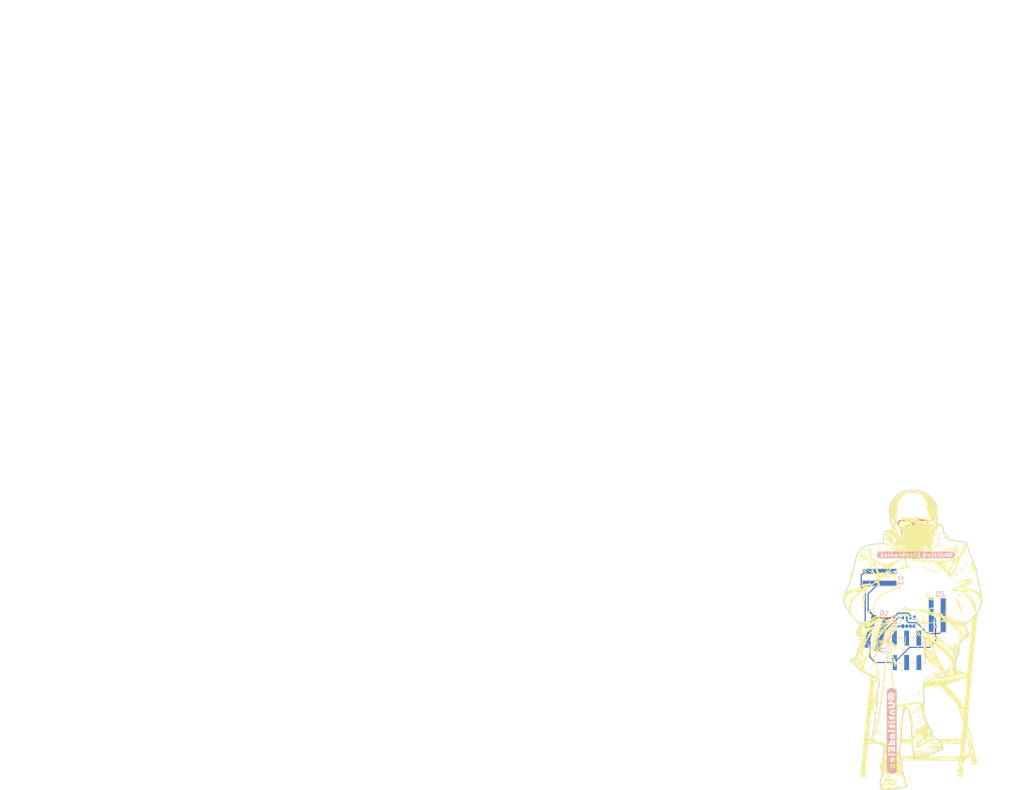
<source format=kicad_pcb>
(kicad_pcb (version 20210228) (generator pcbnew)
  (layers (0 "F.Cu" signal) (31 "B.Cu" signal) (34 "B.Paste" user) (35 "F.Paste" user) (36 "B.SilkS" user "B.Silkscreen") (37 "F.SilkS" user "F.Silkscreen") (38 "B.Mask" user) (39 "F.Mask" user) (44 "Edge.Cuts" user))
  (net 0 "")
  (net 1 "VSS")
  (net 6 "VCC")
  (net 8 "Net-(D1-Pad1)")
  (net 9 "Net-(RN1-Pad3)")
  (net 10 "Net-(D2-Pad1)")
  (footprint "LOGO" (layer "F.Cu") (at 175.1205 101.8537)
    (fp_text reference "G***" hide)
    (fp_text value "LOGO" hide)
  )
  (footprint "LOGO" (layer "F.Cu") (at 175.1205 101.8537)
    (fp_text reference "G***" hide)
    (fp_text value "LOGO" hide)
  )
  (footprint "LOGO" (layer "F.Cu") (at 0 0)
    (fp_text reference "G***" hide)
    (fp_text value "LOGO" hide)
  )
  (footprint "BernieMittensNoChair:B.Mask_g1007" (layer "F.Cu") (at 175.11302 101.83737)
    (fp_text reference "G***" hide)
    (fp_text value "LOGO" hide)
  )
  (footprint "LOGO" (layer "F.Cu") (at 175.1205 101.8537)
    (fp_text reference "G***" hide)
    (fp_text value "LOGO" hide)
  )
  (footprint "LOGO" (layer "F.Cu") (at 0 0)
    (fp_text reference "G***" hide)
    (fp_text value "LOGO" hide)
  )
  (footprint "buzzardLabel" (layer "B.Cu") (at 147.9 118.65 -90)
    (fp_text reference "")
    (fp_text value "")
  )
  (footprint "Tests:RGBFlashLED" (layer "B.Cu") (at 158.6 94.6 180)
    (fp_text reference "D2")
    (fp_text value "LED_Small")
  )
  (footprint "Tests:RGBFlashLED" (layer "B.Cu") (at 145.8 98.6 165)
    (fp_text reference "D1")
    (fp_text value "LED_Small")
  )
  (footprint "Tests:RGBFlashLED" (layer "B.Cu") (at 145.4 88 90)
    (fp_text reference "D3")
    (fp_text value "LED_Small")
  )
  (footprint "buzzardLabel" (layer "B.Cu") (at 152.9 82.1 180)
    (fp_text reference "")
    (fp_text value "")
  )
  (footprint "Resistor_SMD:R_Array_Convex_4x0603" (layer "B.Cu") (at 151.4 96 -90)
    (fp_text reference "RN1")
    (fp_text value "330")
  )
  (footprint "Connector_PinHeader_2.54mm:PinHeader_2x03_P2.54mm_Vertical_SMD" (layer "B.Cu") (at 151 101.925 -90)
    (fp_text reference "J1")
    (fp_text value "Conn_02x03_Odd_Even")
  )
  (gr_line (start 145.739602 125.8725) (end 145.732802 126.0164) (layer "Edge.Cuts") (width 0.1))
  (gr_line (start 141.0123 96.2035) (end 141.079 96.2235) (layer "Edge.Cuts") (width 0.1))
  (gr_line (start 151.878392 116.5712) (end 151.950392 116.9653) (layer "Edge.Cuts") (width 0.1))
  (gr_line (start 150.1254 125.861) (end 150.1149 125.8024) (layer "Edge.Cuts") (width 0.1))
  (gr_line (start 156.6969 123.1489) (end 156.7656 123.1188) (layer "Edge.Cuts") (width 0.1))
  (gr_line (start 157.3394 75.638) (end 157.3183 75.6262) (layer "Edge.Cuts") (width 0.1))
  (gr_line (start 165.4615 85.3482) (end 165.4089 85.1254) (layer "Edge.Cuts") (width 0.1))
  (gr_line (start 156.6197 123.1935) (end 156.6969 123.1489) (layer "Edge.Cuts") (width 0.1))
  (gr_line (start 156.331503 123.3548) (end 156.331503 123.3548) (layer "Edge.Cuts") (width 0.1))
  (gr_line (start 145.834802 128.0775) (end 145.814502 128.1722) (layer "Edge.Cuts") (width 0.1))
  (gr_line (start 152.8349 68.6339) (end 152.6388 68.6276) (layer "Edge.Cuts") (width 0.1))
  (gr_line (start 140.6205 98.0726) (end 140.6052 98.1295) (layer "Edge.Cuts") (width 0.1))
  (gr_line (start 154.4282 113.8805) (end 154.4453 113.8545) (layer "Edge.Cuts") (width 0.1))
  (gr_line (start 158.2996 122.5116) (end 158.3577 122.4753) (layer "Edge.Cuts") (width 0.1))
  (gr_line (start 149.905592 118.0577) (end 149.917592 117.6977) (layer "Edge.Cuts") (width 0.1))
  (gr_line (start 140.6068 98.3622) (end 140.6228 98.4241) (layer "Edge.Cuts") (width 0.1))
  (gr_line (start 139.7289 85.4564) (end 139.6797 85.6307) (layer "Edge.Cuts") (width 0.1))
  (gr_line (start 150.477602 128.0663) (end 150.469602 128.0104) (layer "Edge.Cuts") (width 0.1))
  (gr_line (start 152.053692 119.5851) (end 152.076992 119.7047) (layer "Edge.Cuts") (width 0.1))
  (gr_line (start 159.118 77.9421) (end 159.036 77.7964) (layer "Edge.Cuts") (width 0.1))
  (gr_line (start 152.030592 117.5569) (end 152.040592 117.7181) (layer "Edge.Cuts") (width 0.1))
  (gr_line (start 161.8951 79.2456) (end 161.5998 79.1887) (layer "Edge.Cuts") (width 0.1))
  (gr_line (start 144.1048 118.9621) (end 144.0735 119.0607) (layer "Edge.Cuts") (width 0.1))
  (gr_line (start 140.2531 83.2913) (end 140.2208 83.4319) (layer "Edge.Cuts") (width 0.1))
  (gr_line (start 150.658602 128.608) (end 150.659402 128.5829) (layer "Edge.Cuts") (width 0.1))
  (gr_line (start 152.036592 119.4631) (end 152.053692 119.5851) (layer "Edge.Cuts") (width 0.1))
  (gr_line (start 146.1437 78.5727) (end 146.1317 78.7176) (layer "Edge.Cuts") (width 0.1))
  (gr_line (start 144.3972 79.8171) (end 144.1292 79.8497) (layer "Edge.Cuts") (width 0.1))
  (gr_line (start 146.848402 130.8515) (end 146.946902 130.8588) (layer "Edge.Cuts") (width 0.1))
  (gr_line (start 150.279892 115.3852) (end 150.338792 115.0495) (layer "Edge.Cuts") (width 0.1))
  (gr_line (start 141.5275 99.9339) (end 141.6057 100.0192) (layer "Edge.Cuts") (width 0.1))
  (gr_line (start 142.085 106.5437) (end 142.273 106.6377) (layer "Edge.Cuts") (width 0.1))
  (gr_line (start 141.2531 80.9454) (end 141.2 81) (layer "Edge.Cuts") (width 0.1))
  (gr_line (start 145.452802 130.3479) (end 145.454602 130.404) (layer "Edge.Cuts") (width 0.1))
  (gr_line (start 140.4275 103.2192) (end 140.406 103.2593) (layer "Edge.Cuts") (width 0.1))
  (gr_line (start 139.4516 104.3746) (end 139.5624 104.4422) (layer "Edge.Cuts") (width 0.1))
  (gr_line (start 159.5093 78.5542) (end 159.4294 78.4178) (layer "Edge.Cuts") (width 0.1))
  (gr_line (start 148.108302 130.7942) (end 148.613402 130.7413) (layer "Edge.Cuts") (width 0.1))
  (gr_line (start 141.4859 96.3587) (end 141.4751 96.4043) (layer "Edge.Cuts") (width 0.1))
  (gr_line (start 146.303602 122.8287) (end 146.283502 122.8577) (layer "Edge.Cuts") (width 0.1))
  (gr_line (start 147.6705 74.3803) (end 147.6396 74.4321) (layer "Edge.Cuts") (width 0.1))
  (gr_line (start 158.7149 77.186) (end 158.6903 77.0679) (layer "Edge.Cuts") (width 0.1))
  (gr_line (start 162.152993 100.185254) (end 162.250993 100.093054) (layer "Edge.Cuts") (width 0.1))
  (gr_line (start 141.2999 100.8795) (end 141.2167 101.0294) (layer "Edge.Cuts") (width 0.1))
  (gr_line (start 163.6466 80.4925) (end 163.6167 80.4288) (layer "Edge.Cuts") (width 0.1))
  (gr_line (start 163.235893 97.134454) (end 163.125593 96.883054) (layer "Edge.Cuts") (width 0.1))
  (gr_line (start 161.794193 102.295054) (end 161.799493 102.194054) (layer "Edge.Cuts") (width 0.1))
  (gr_line (start 154.171 68.8972) (end 153.9141 68.793) (layer "Edge.Cuts") (width 0.1))
  (gr_line (start 141.5541 100.4834) (end 141.4691 100.6053) (layer "Edge.Cuts") (width 0.1))
  (gr_line (start 151.044302 130.0825) (end 151.050102 130.0474) (layer "Edge.Cuts") (width 0.1))
  (gr_line (start 145.846402 127.9722) (end 145.834802 128.0775) (layer "Edge.Cuts") (width 0.1))
  (gr_line (start 150.656102 128.5521) (end 150.638502 128.4772) (layer "Edge.Cuts") (width 0.1))
  (gr_line (start 151.5401 68.6878) (end 151.1871 68.7222) (layer "Edge.Cuts") (width 0.1))
  (gr_line (start 140.1909 83.6914) (end 140.1881 83.8295) (layer "Edge.Cuts") (width 0.1))
  (gr_line (start 146.4438 77.5557) (end 146.351 77.8064) (layer "Edge.Cuts") (width 0.1))
  (gr_line (start 166.3339 89.5662) (end 166.1852 88.8906) (layer "Edge.Cuts") (width 0.1))
  (gr_line (start 157.376 74.6187) (end 157.3645 74.5781) (layer "Edge.Cuts") (width 0.1))
  (gr_line (start 147.3735 72.5052) (end 147.3637 72.6862) (layer "Edge.Cuts") (width 0.1))
  (gr_line (start 145.575102 129.8751) (end 145.571102 129.8994) (layer "Edge.Cuts") (width 0.1))
  (gr_line (start 163.847093 98.492154) (end 163.833593 98.431554) (layer "Edge.Cuts") (width 0.1))
  (gr_line (start 140.4375 95.764) (end 140.5413 95.8673) (layer "Edge.Cuts") (width 0.1))
  (gr_line (start 145.888802 130.7282) (end 145.982302 130.743) (layer "Edge.Cuts") (width 0.1))
  (gr_line (start 150.546292 113.9595) (end 150.559092 113.9312) (layer "Edge.Cuts") (width 0.1))
  (gr_line (start 140.1633 84.1938) (end 140.1407 84.3083) (layer "Edge.Cuts") (width 0.1))
  (gr_line (start 156.2752 119.017) (end 156.2697 118.9767) (layer "Edge.Cuts") (width 0.1))
  (gr_line (start 165.7348 86.6448) (end 165.5605 85.7987) (layer "Edge.Cuts") (width 0.1))
  (gr_line (start 148.196 76.5905) (end 148.1707 76.657) (layer "Edge.Cuts") (width 0.1))
  (gr_line (start 163.819993 98.696454) (end 163.836093 98.667954) (layer "Edge.Cuts") (width 0.1))
  (gr_line (start 163.5448 80.2052) (end 163.528 80.1245) (layer "Edge.Cuts") (width 0.1))
  (gr_line (start 155.8245 118.1574) (end 155.6944 117.925) (layer "Edge.Cuts") (width 0.1))
  (gr_line (start 156.3065 119.3845) (end 156.2882 119.3128) (layer "Edge.Cuts") (width 0.1))
  (gr_line (start 149.6864 123.9943) (end 149.6766 123.9484) (layer "Edge.Cuts") (width 0.1))
  (gr_line (start 156.9277 120.2429) (end 156.8721 120.1917) (layer "Edge.Cuts") (width 0.1))
  (gr_line (start 158.5572 76.3635) (end 158.5076 76.1812) (layer "Edge.Cuts") (width 0.1))
  (gr_line (start 156.8092 71.0864) (end 156.6503 70.8498) (layer "Edge.Cuts") (width 0.1))
  (gr_line (start 139.96 103.5649) (end 139.773 103.6421) (layer "Edge.Cuts") (width 0.1))
  (gr_line (start 140.3506 103.332) (end 140.3152 103.3658) (layer "Edge.Cuts") (width 0.1))
  (gr_line (start 150.941102 129.4548) (end 150.885202 129.2849) (layer "Edge.Cuts") (width 0.1))
  (gr_line (start 141.4856 96.3319) (end 141.4859 96.3587) (layer "Edge.Cuts") (width 0.1))
  (gr_line (start 139.6552 103.6909) (end 139.5569 103.7353) (layer "Edge.Cuts") (width 0.1))
  (gr_line (start 152.040592 117.7181) (end 152.047392 117.8878) (layer "Edge.Cuts") (width 0.1))
  (gr_line (start 157.3319 73.3208) (end 157.3394 73.1684) (layer "Edge.Cuts") (width 0.1))
  (gr_line (start 156.3314 123.3546) (end 156.3417 123.3584) (layer "Edge.Cuts") (width 0.1))
  (gr_line (start 158.3921 122.4472) (end 158.4131 122.4161) (layer "Edge.Cuts") (width 0.1))
  (gr_line (start 142.7216 80.1602) (end 142.519 80.2314) (layer "Edge.Cuts") (width 0.1))
  (gr_line (start 138.3561 92.8511) (end 138.4772 93.0845) (layer "Edge.Cuts") (width 0.1))
  (gr_line (start 137.8755 91.2976) (end 137.8785 91.4397) (layer "Edge.Cuts") (width 0.1))
  (gr_line (start 147.5165 75.0305) (end 147.5586 75.1611) (layer "Edge.Cuts") (width 0.1))
  (gr_line (start 152.2603 68.6329) (end 152.0768 68.6425) (layer "Edge.Cuts") (width 0.1))
  (gr_line (start 157.3201 73.4764) (end 157.3319 73.3208) (layer "Edge.Cuts") (width 0.1))
  (gr_line (start 149.846492 120.1173) (end 149.874992 119.9418) (layer "Edge.Cuts") (width 0.1))
  (gr_line (start 158.3577 122.4753) (end 158.3921 122.4472) (layer "Edge.Cuts") (width 0.1))
  (gr_line (start 155.6944 117.925) (end 155.5485 117.6546) (layer "Edge.Cuts") (width 0.1))
  (gr_line (start 150.084092 116.2834) (end 150.111392 116.1771) (layer "Edge.Cuts") (width 0.1))
  (gr_line (start 143.6221 79.9314) (end 143.3829 79.9803) (layer "Edge.Cuts") (width 0.1))
  (gr_line (start 139.3258 103.895) (end 139.3004 103.9359) (layer "Edge.Cuts") (width 0.1))
  (gr_line (start 157.35 74.5465) (end 157.3319 74.525) (layer "Edge.Cuts") (width 0.1))
  (gr_line (start 139.3704 87.2085) (end 139.3315 87.3356) (layer "Edge.Cuts") (width 0.1))
  (gr_line (start 145.741802 128.365) (end 145.686702 128.4801) (layer "Edge.Cuts") (width 0.1))
  (gr_line (start 166.0732 93.4383) (end 166.2043 93.1289) (layer "Edge.Cuts") (width 0.1))
  (gr_line (start 152.323302 122.6908) (end 152.359402 122.7753) (layer "Edge.Cuts") (width 0.1))
  (gr_line (start 140.8577 97.654) (end 140.7423 97.8357) (layer "Edge.Cuts") (width 0.1))
  (gr_line (start 152.297802 122.6287) (end 152.323302 122.6908) (layer "Edge.Cuts") (width 0.1))
  (gr_line (start 145.488202 130.1185) (end 145.466902 130.2185) (layer "Edge.Cuts") (width 0.1))
  (gr_line (start 141.355 96.2519) (end 141.4142 96.2707) (layer "Edge.Cuts") (width 0.1))
  (gr_line (start 146.6348 77.1009) (end 146.5947 77.1799) (layer "Edge.Cuts") (width 0.1))
  (gr_line (start 145.550802 129.7204) (end 145.570602 129.8069) (layer "Edge.Cuts") (width 0.1))
  (gr_line (start 144.5508 115.8286) (end 144.5393 115.9705) (layer "Edge.Cuts") (width 0.1))
  (gr_line (start 163.027393 96.599754) (end 163.013293 96.526354) (layer "Edge.Cuts") (width 0.1))
  (gr_line (start 150.599192 113.8921) (end 150.631792 113.8881) (layer "Edge.Cuts") (width 0.1))
  (gr_line (start 163.342493 97.336554) (end 163.235893 97.134454) (layer "Edge.Cuts") (width 0.1))
  (gr_line (start 163.812493 98.364854) (end 163.783893 98.291354) (layer "Edge.Cuts") (width 0.1))
  (gr_line (start 150.708992 113.9034) (end 150.812292 113.945) (layer "Edge.Cuts") (width 0.1))
  (gr_line (start 163.684393 98.858654) (end 163.766393 98.767954) (layer "Edge.Cuts") (width 0.1))
  (gr_line (start 152.037392 118.6168) (end 152.027092 118.8366) (layer "Edge.Cuts") (width 0.1))
  (gr_line (start 157.3635 75.2136) (end 157.3818 75.065) (layer "Edge.Cuts") (width 0.1))
  (gr_line (start 154.6862 69.1315) (end 154.4282 69.0091) (layer "Edge.Cuts") (width 0.1))
  (gr_line (start 147.5586 75.1611) (end 147.6185 75.3093) (layer "Edge.Cuts") (width 0.1))
  (gr_line (start 156.1231 118.6305) (end 156.0386 118.5096) (layer "Edge.Cuts") (width 0.1))
  (gr_line (start 161.756593 102.565054) (end 161.772893 102.480554) (layer "Edge.Cuts") (width 0.1))
  (gr_line (start 161.749393 100.964654) (end 161.773193 100.827554) (layer "Edge.Cuts") (width 0.1))
  (gr_line (start 150.224202 127.1383) (end 150.181802 126.9899) (layer "Edge.Cuts") (width 0.1))
  (gr_line (start 151.696392 115.6569) (end 151.790892 116.1227) (layer "Edge.Cuts") (width 0.1))
  (gr_line (start 151.445792 114.5349) (end 151.515692 114.8254) (layer "Edge.Cuts") (width 0.1))
  (gr_line (start 149.5487 122.6265) (end 149.5946 122.325) (layer "Edge.Cuts") (width 0.1))
  (gr_line (start 147.3559 72.8701) (end 147.3556 72.9672) (layer "Edge.Cuts") (width 0.1))
  (gr_line (start 146.2843 77.9964) (end 146.2319 78.1588) (layer "Edge.Cuts") (width 0.1))
  (gr_line (start 163.5152 80.0428) (end 163.5067 79.9613) (layer "Edge.Cuts") (width 0.1))
  (gr_line (start 149.919192 119.5671) (end 149.926192 119.4207) (layer "Edge.Cuts") (width 0.1))
  (gr_line (start 157.5003 120.4514) (end 157.4499 120.4326) (layer "Edge.Cuts") (width 0.1))
  (gr_line (start 166.0281 88.1203) (end 165.7348 86.6448) (layer "Edge.Cuts") (width 0.1))
  (gr_line (start 146.123602 123.8387) (end 146.080502 123.9485) (layer "Edge.Cuts") (width 0.1))
  (gr_line (start 140.5562 82.433) (end 140.4492 82.7115) (layer "Edge.Cuts") (width 0.1))
  (gr_line (start 144.2502 118.1612) (end 144.1886 118.5458) (layer "Edge.Cuts") (width 0.1))
  (gr_line (start 157.2946 75.5982) (end 157.2903 75.5811) (layer "Edge.Cuts") (width 0.1))
  (gr_line (start 163.138193 96.236054) (end 163.195793 96.203454) (layer "Edge.Cuts") (width 0.1))
  (gr_line (start 150.278102 127.3107) (end 150.224202 127.1383) (layer "Edge.Cuts") (width 0.1))
  (gr_line (start 145.338402 121.3168) (end 145.446502 121.3767) (layer "Edge.Cuts") (width 0.1))
  (gr_line (start 161.685693 102.788354) (end 161.712993 102.718954) (layer "Edge.Cuts") (width 0.1))
  (gr_line (start 161.915593 100.477354) (end 161.984993 100.375854) (layer "Edge.Cuts") (width 0.1))
  (gr_line (start 163.435993 99.097354) (end 163.574093 98.968454) (layer "Edge.Cuts") (width 0.1))
  (gr_line (start 150.810902 130.3262) (end 150.862802 130.3014) (layer "Edge.Cuts") (width 0.1))
  (gr_line (start 144.9637 79.7677) (end 144.6754 79.7897) (layer "Edge.Cuts") (width 0.1))
  (gr_line (start 146.080502 123.9485) (end 146.042102 124.0598) (layer "Edge.Cuts") (width 0.1))
  (gr_line (start 149.751 69.1575) (end 149.574 69.2559) (layer "Edge.Cuts") (width 0.1))
  (gr_line (start 149.5189 123.636) (end 149.5024 123.5899) (layer "Edge.Cuts") (width 0.1))
  (gr_line (start 161.785393 102.390554) (end 161.794193 102.295054) (layer "Edge.Cuts") (width 0.1))
  (gr_line (start 140.3 83.1309) (end 140.2531 83.2913) (layer "Edge.Cuts") (width 0.1))
  (gr_line (start 156.2724 119.2033) (end 156.2714 119.1607) (layer "Edge.Cuts") (width 0.1))
  (gr_line (start 150.531702 128.2257) (end 150.499402 128.1415) (layer "Edge.Cuts") (width 0.1))
  (gr_line (start 141.1506 81.0615) (end 141.1027 81.1332) (layer "Edge.Cuts") (width 0.1))
  (gr_line (start 157.3175 120.403) (end 157.229 120.3837) (layer "Edge.Cuts") (width 0.1))
  (gr_line (start 147.3637 72.6862) (end 147.3559 72.8701) (layer "Edge.Cuts") (width 0.1))
  (gr_line (start 157.564049 120.489005) (end 157.5003 120.4514) (layer "Edge.Cuts") (width 0.1))
  (gr_line (start 158.6903 77.0679) (end 158.6698 76.9293) (layer "Edge.Cuts") (width 0.1))
  (gr_line (start 151.999492 117.2671) (end 152.016792 117.406) (layer "Edge.Cuts") (width 0.1))
  (gr_line (start 139.8996 104.6378) (end 139.9903 104.7035) (layer "Edge.Cuts") (width 0.1))
  (gr_line (start 166.3998 89.846) (end 166.3339 89.5662) (layer "Edge.Cuts") (width 0.1))
  (gr_line (start 149.5946 122.325) (end 149.6475 122.0161) (layer "Edge.Cuts") (width 0.1))
  (gr_line (start 146.042102 124.0598) (end 146.008602 124.1736) (layer "Edge.Cuts") (width 0.1))
  (gr_line (start 163.741593 95.987854) (end 163.927293 95.898854) (layer "Edge.Cuts") (width 0.1))
  (gr_line (start 159.4294 78.4178) (end 159.3479 78.289) (layer "Edge.Cuts") (width 0.1))
  (gr_line (start 139.5569 103.7353) (end 139.4764 103.7769) (layer "Edge.Cuts") (width 0.1))
  (gr_line (start 158.4352 122.3339) (end 158.4377 122.2847) (layer "Edge.Cuts") (width 0.1))
  (gr_line (start 152.020792 119.1891) (end 152.025792 119.333) (layer "Edge.Cuts") (width 0.1))
  (gr_line (start 158.4352 122.2313) (end 158.4287 122.1744) (layer "Edge.Cuts") (width 0.1))
  (gr_line (start 151.383092 114.3491) (end 151.399392 114.3777) (layer "Edge.Cuts") (width 0.1))
  (gr_line (start 158.1243 122.6031) (end 158.2996 122.5116) (layer "Edge.Cuts") (width 0.1))
  (gr_line (start 150.631792 113.8881) (end 150.666392 113.8921) (layer "Edge.Cuts") (width 0.1))
  (gr_line (start 140.1628 104.8514) (end 140.2455 104.9346) (layer "Edge.Cuts") (width 0.1))
  (gr_line (start 143.9354 119.6916) (end 143.8865 119.93) (layer "Edge.Cuts") (width 0.1))
  (gr_line (start 157.4033 75.6581) (end 157.3394 75.638) (layer "Edge.Cuts") (width 0.1))
  (gr_line (start 155.609603 123.6343) (end 155.932003 123.5042) (layer "Edge.Cuts") (width 0.1))
  (gr_line (start 152.049892 118.2457) (end 152.037392 118.6168) (layer "Edge.Cuts") (width 0.1))
  (gr_line (start 155.994 70.0018) (end 155.8614 69.8895) (layer "Edge.Cuts") (width 0.1))
  (gr_line (start 166.5387 90.3421) (end 166.5044 90.2428) (layer "Edge.Cuts") (width 0.1))
  (gr_line (start 146.1317 78.7176) (end 146.1259 78.8815) (layer "Edge.Cuts") (width 0.1))
  (gr_line (start 163.9469 81.2034) (end 163.827 80.9041) (layer "Edge.Cuts") (width 0.1))
  (gr_line (start 146.313602 122.6773) (end 146.318602 122.7427) (layer "Edge.Cuts") (width 0.1))
  (gr_line (start 166.4575 90.0746) (end 166.3998 89.846) (layer "Edge.Cuts") (width 0.1))
  (gr_line (start 145.955402 124.4082) (end 145.935602 124.5301) (layer "Edge.Cuts") (width 0.1))
  (gr_line (start 150.820802 129.1131) (end 150.749602 128.9444) (layer "Edge.Cuts") (width 0.1))
  (gr_line (start 146.257402 123.3691) (end 146.258702 123.417) (layer "Edge.Cuts") (width 0.1))
  (gr_line (start 158.9651 77.6575) (end 158.9029 77.5327) (layer "Edge.Cuts") (width 0.1))
  (gr_line (start 165.2101 84.3984) (end 165.1218 84.1179) (layer "Edge.Cuts") (width 0.1))
  (gr_line (start 143.2978 107.1068) (end 145.34561 107.876476) (layer "Edge.Cuts") (width 0.1))
  (gr_line (start 158.7405 77.2712) (end 158.7149 77.186) (layer "Edge.Cuts") (width 0.1))
  (gr_line (start 162.250993 100.093054) (end 162.356993 100.000554) (layer "Edge.Cuts") (width 0.1))
  (gr_line (start 152.180702 121.7997) (end 152.190202 121.9694) (layer "Edge.Cuts") (width 0.1))
  (gr_line (start 163.4305 79.4808) (end 163.3881 79.4687) (layer "Edge.Cuts") (width 0.1))
  (gr_line (start 150.998202 130.1888) (end 151.017702 130.156) (layer "Edge.Cuts") (width 0.1))
  (gr_line (start 149.926192 119.4207) (end 149.929192 119.264) (layer "Edge.Cuts") (width 0.1))
  (gr_line (start 139.3381 104.2848) (end 139.3691 104.3139) (layer "Edge.Cuts") (width 0.1))
  (gr_line (start 141.0546 81.2179) (end 141.0044 81.3187) (layer "Edge.Cuts") (width 0.1))
  (gr_line (start 140.7213 96.0285) (end 140.8005 96.0889) (layer "Edge.Cuts") (width 0.1))
  (gr_line (start 150.680102 130.3748) (end 150.810902 130.3262) (layer "Edge.Cuts") (width 0.1))
  (gr_line (start 166.6242 90.6078) (end 166.5989 90.51) (layer "Edge.Cuts") (width 0.1))
  (gr_line (start 163.747293 98.210954) (end 163.703193 98.122654) (layer "Edge.Cuts") (width 0.1))
  (gr_line (start 156.3336 119.4703) (end 156.3065 119.3845) (layer "Edge.Cuts") (width 0.1))
  (gr_line (start 150.519692 114.0478) (end 150.546292 113.9595) (layer "Edge.Cuts") (width 0.1))
  (gr_line (start 163.637793 97.979754) (end 163.554593 97.783754) (layer "Edge.Cuts") (width 0.1))
  (gr_line (start 157.3848 74.6671) (end 157.376 74.6187) (layer "Edge.Cuts") (width 0.1))
  (gr_line (start 156.543 123.2479) (end 156.6197 123.1935) (layer "Edge.Cuts") (width 0.1))
  (gr_line (start 149.929192 119.264) (end 149.928392 119.0975) (layer "Edge.Cuts") (width 0.1))
  (gr_line (start 140.3806 103.2966) (end 140.3506 103.332) (layer "Edge.Cuts") (width 0.1))
  (gr_line (start 152.194502 122.1128) (end 152.197502 122.1784) (layer "Edge.Cuts") (width 0.1))
  (gr_line (start 166.646 90.7149) (end 166.6242 90.6078) (layer "Edge.Cuts") (width 0.1))
  (gr_line (start 145.982302 130.743) (end 146.201402 130.7668) (layer "Edge.Cuts") (width 0.1))
  (gr_line (start 139.2849 103.9795) (end 139.2681 104.063) (layer "Edge.Cuts") (width 0.1))
  (gr_line (start 147.6816 74.2888) (end 147.6871 74.3106) (layer "Edge.Cuts") (width 0.1))
  (gr_line (start 163.091493 96.271654) (end 163.138193 96.236054) (layer "Edge.Cuts") (width 0.1))
  (gr_line (start 138.1568 92.4312) (end 138.2493 92.6338) (layer "Edge.Cuts") (width 0.1))
  (gr_line (start 150.450292 114.3942) (end 150.488692 114.1884) (layer "Edge.Cuts") (width 0.1))
  (gr_line (start 147.5063 74.6726) (end 147.4945 74.7169) (layer "Edge.Cuts") (width 0.1))
  (gr_line (start 141.0044 81.3187) (end 140.8906 81.5809) (layer "Edge.Cuts") (width 0.1))
  (gr_line (start 146.318602 122.7427) (end 146.315102 122.7918) (layer "Edge.Cuts") (width 0.1))
  (gr_line (start 147.6821 74.2888) (end 147.6821 74.2888) (layer "Edge.Cuts") (width 0.1))
  (gr_line (start 147.3689 73.1798) (end 147.3847 73.2986) (layer "Edge.Cuts") (width 0.1))
  (gr_line (start 145.500202 130.5429) (end 145.530002 130.58) (layer "Edge.Cuts") (width 0.1))
  (gr_line (start 152.386802 122.8548) (end 152.406602 122.9348) (layer "Edge.Cuts") (width 0.1))
  (gr_line (start 163.014293 96.404954) (end 163.029593 96.354854) (layer "Edge.Cuts") (width 0.1))
  (gr_line (start 141.355 99.69) (end 141.4403 99.8191) (layer "Edge.Cuts") (width 0.1))
  (gr_line (start 141.4435 106.1567) (end 141.5902 106.2572) (layer "Edge.Cuts") (width 0.1))
  (gr_line (start 139.6356 85.8202) (end 139.5927 86.0403) (layer "Edge.Cuts") (width 0.1))
  (gr_line (start 144.1292 79.8497) (end 143.8707 79.8878) (layer "Edge.Cuts") (width 0.1))
  (gr_line (start 139.5719 94.7971) (end 139.7238 94.9756) (layer "Edge.Cuts") (width 0.1))
  (gr_line (start 141.0552 101.3488) (end 140.9783 101.516) (layer "Edge.Cuts") (width 0.1))
  (gr_line (start 147.9714 70.8945) (end 147.8515 71.1267) (layer "Edge.Cuts") (width 0.1))
  (gr_line (start 145.900502 124.8775) (end 145.886702 124.9723) (layer "Edge.Cuts") (width 0.1))
  (gr_line (start 157.3427 73.0188) (end 157.3389 72.7271) (layer "Edge.Cuts") (width 0.1))
  (gr_line (start 155.3863 117.3452) (end 155.0123 116.6075) (layer "Edge.Cuts") (width 0.1))
  (gr_line (start 146.169902 123.0082) (end 146.161602 123.0598) (layer "Edge.Cuts") (width 0.1))
  (gr_line (start 140.7529 98.7016) (end 140.8577 98.865) (layer "Edge.Cuts") (width 0.1))
  (gr_line (start 150.115602 126.6264) (end 150.110602 126.5111) (layer "Edge.Cuts") (width 0.1))
  (gr_line (start 154.5159 114.9254) (end 154.4645 114.6652) (layer "Edge.Cuts") (width 0.1))
  (gr_line (start 163.5027 79.8816) (end 163.4967 79.7437) (layer "Edge.Cuts") (width 0.1))
  (gr_line (start 156.4975 119.7864) (end 156.3714 119.5728) (layer "Edge.Cuts") (width 0.1))
  (gr_line (start 151.399392 114.3777) (end 151.418892 114.4371) (layer "Edge.Cuts") (width 0.1))
  (gr_line (start 152.150602 121.466) (end 152.166902 121.6247) (layer "Edge.Cuts") (width 0.1))
  (gr_line (start 141.3841 100.7376) (end 141.2999 100.8795) (layer "Edge.Cuts") (width 0.1))
  (gr_line (start 148.0058 76.873) (end 147.9649 76.8901) (layer "Edge.Cuts") (width 0.1))
  (gr_line (start 157.2978 72.1678) (end 157.2655 71.8966) (layer "Edge.Cuts") (width 0.1))
  (gr_line (start 147.8515 71.1267) (end 147.7445 71.3616) (layer "Edge.Cuts") (width 0.1))
  (gr_line (start 148.0371 70.7797) (end 147.9714 70.8945) (layer "Edge.Cuts") (width 0.1))
  (gr_line (start 164.9313 83.5867) (end 164.8228 83.3252) (layer "Edge.Cuts") (width 0.1))
  (gr_line (start 148.0687 76.8304) (end 148.0399 76.8532) (layer "Edge.Cuts") (width 0.1))
  (gr_line (start 161.799493 102.194054) (end 161.799293 101.974454) (layer "Edge.Cuts") (width 0.1))
  (gr_line (start 137.9206 91.7378) (end 137.96 91.8967) (layer "Edge.Cuts") (width 0.1))
  (gr_line (start 165.9756 93.6589) (end 166.0732 93.4383) (layer "Edge.Cuts") (width 0.1))
  (gr_line (start 163.029593 96.354854) (end 163.055393 96.310754) (layer "Edge.Cuts") (width 0.1))
  (gr_line (start 140.5962 98.1864) (end 140.5934 98.2438) (layer "Edge.Cuts") (width 0.1))
  (gr_line (start 163.7225 80.6557) (end 163.6466 80.4925) (layer "Edge.Cuts") (width 0.1))
  (gr_line (start 157.1132 120.3466) (end 157.0505 120.3196) (layer "Edge.Cuts") (width 0.1))
  (gr_line (start 161.736493 102.644454) (end 161.756593 102.565054) (layer "Edge.Cuts") (width 0.1))
  (gr_line (start 163.827 80.9041) (end 163.7225 80.6557) (layer "Edge.Cuts") (width 0.1))
  (gr_line (start 141.2821 99.5614) (end 141.355 99.69) (layer "Edge.Cuts") (width 0.1))
  (gr_line (start 158.6698 76.9293) (end 158.6437 76.7621) (layer "Edge.Cuts") (width 0.1))
  (gr_line (start 137.8838 91.158) (end 137.8755 91.2976) (layer "Edge.Cuts") (width 0.1))
  (gr_line (start 146.188202 122.9608) (end 146.169902 123.0082) (layer "Edge.Cuts") (width 0.1))
  (gr_line (start 146.247902 123.3283) (end 146.257402 123.3691) (layer "Edge.Cuts") (width 0.1))
  (gr_line (start 146.2319 78.1588) (end 146.1921 78.3027) (layer "Edge.Cuts") (width 0.1))
  (gr_line (start 162.856193 99.594954) (end 163.270293 99.244754) (layer "Edge.Cuts") (width 0.1))
  (gr_line (start 150.1413 68.9766) (end 149.9397 69.0642) (layer "Edge.Cuts") (width 0.1))
  (gr_line (start 154.4645 114.6652) (end 154.4264 114.4506) (layer "Edge.Cuts") (width 0.1))
  (gr_line (start 140.5155 102.8697) (end 140.4847 103.0229) (layer "Edge.Cuts") (width 0.1))
  (gr_line (start 140.2739 103.3986) (end 140.2265 103.431) (layer "Edge.Cuts") (width 0.1))
  (gr_line (start 139.0332 94.0541) (end 139.1638 94.2534) (layer "Edge.Cuts") (width 0.1))
  (gr_line (start 139.2699 104.1667) (end 139.2789 104.1976) (layer "Edge.Cuts") (width 0.1))
  (gr_line (start 141.4756 96.3143) (end 141.4856 96.3319) (layer "Edge.Cuts") (width 0.1))
  (gr_line (start 145.494902 128.9767) (end 145.465302 129.1228) (layer "Edge.Cuts") (width 0.1))
  (gr_line (start 145.886702 124.9723) (end 145.849602 125.1683) (layer "Edge.Cuts") (width 0.1))
  (gr_line (start 151.8961 68.6555) (end 151.5401 68.6878) (layer "Edge.Cuts") (width 0.1))
  (gr_line (start 146.283502 122.8577) (end 146.255402 122.8828) (layer "Edge.Cuts") (width 0.1))
  (gr_line (start 154.5483 110.6477) (end 154.5508 110.0288) (layer "Edge.Cuts") (width 0.1))
  (gr_line (start 146.161602 123.0598) (end 146.163402 123.115) (layer "Edge.Cuts") (width 0.1))
  (gr_line (start 142.4746 106.7323) (end 142.6912 106.8285) (layer "Edge.Cuts") (width 0.1))
  (gr_line (start 157.3319 74.525) (end 157.1858 74.3081) (layer "Edge.Cuts") (width 0.1))
  (gr_line (start 161.619493 102.912754) (end 161.654293 102.852754) (layer "Edge.Cuts") (width 0.1))
  (gr_line (start 147.3596 73.0699) (end 147.3689 73.1798) (layer "Edge.Cuts") (width 0.1))
  (gr_line (start 151.278092 114.2421) (end 151.356492 114.3165) (layer "Edge.Cuts") (width 0.1))
  (gr_line (start 163.554593 97.783754) (end 163.428993 97.510254) (layer "Edge.Cuts") (width 0.1))
  (gr_line (start 157.3036 75.6132) (end 157.2946 75.5982) (layer "Edge.Cuts") (width 0.1))
  (gr_line (start 140.8906 81.5809) (end 140.746 81.9444) (layer "Edge.Cuts") (width 0.1))
  (gr_line (start 150.571892 113.9117) (end 150.585192 113.8991) (layer "Edge.Cuts") (width 0.1))
  (gr_line (start 157.1173 71.6072) (end 156.9651 71.338) (layer "Edge.Cuts") (width 0.1))
  (gr_line (start 149.874992 119.9418) (end 149.893592 119.8278) (layer "Edge.Cuts") (width 0.1))
  (gr_line (start 159.3479 78.289) (end 159.2747 78.1842) (layer "Edge.Cuts") (width 0.1))
  (gr_line (start 139.4393 86.933) (end 139.4065 87.0741) (layer "Edge.Cuts") (width 0.1))
  (gr_line (start 150.609402 128.3932) (end 150.571102 128.3094) (layer "Edge.Cuts") (width 0.1))
  (gr_line (start 158.4287 122.1744) (end 158.4062 122.0541) (layer "Edge.Cuts") (width 0.1))
  (gr_line (start 163.5894 80.3586) (end 163.5656 80.2839) (layer "Edge.Cuts") (width 0.1))
  (gr_line (start 141.0399 105.8265) (end 141.1698 105.9423) (layer "Edge.Cuts") (width 0.1))
  (gr_line (start 145.778402 126.6997) (end 145.813502 126.9023) (layer "Edge.Cuts") (width 0.1))
  (gr_line (start 161.809293 100.701454) (end 161.856893 100.585354) (layer "Edge.Cuts") (width 0.1))
  (gr_line (start 145.807002 125.3786) (end 145.767402 125.611) (layer "Edge.Cuts") (width 0.1))
  (gr_line (start 151.1871 68.7222) (end 150.8312 68.7508) (layer "Edge.Cuts") (width 0.1))
  (gr_line (start 150.930892 114.0062) (end 151.054992 114.0804) (layer "Edge.Cuts") (width 0.1))
  (gr_line (start 147.4859 74.8641) (end 147.4919 74.916) (layer "Edge.Cuts") (width 0.1))
  (gr_line (start 140.1092 84.4281) (end 140.067 84.559) (layer "Edge.Cuts") (width 0.1))
  (gr_line (start 145.805502 130.7109) (end 145.888802 130.7282) (layer "Edge.Cuts") (width 0.1))
  (gr_line (start 148.1171 76.2183) (end 148.1632 76.3015) (layer "Edge.Cuts") (width 0.1))
  (gr_line (start 146.089202 121.8219) (end 146.108302 121.865) (layer "Edge.Cuts") (width 0.1))
  (gr_line (start 142.6912 106.8285) (end 142.9243 106.9275) (layer "Edge.Cuts") (width 0.1))
  (gr_line (start 141.424 96.5447) (end 141.3405 96.7352) (layer "Edge.Cuts") (width 0.1))
  (gr_line (start 140.4606 103.1292) (end 140.4453 103.176) (layer "Edge.Cuts") (width 0.1))
  (gr_line (start 146.1259 78.8815) (end 146.1244 79.0736) (layer "Edge.Cuts") (width 0.1))
  (gr_line (start 141.1119 97.198) (end 140.9838 97.4356) (layer "Edge.Cuts") (width 0.1))
  (gr_line (start 154.4016 114.2761) (end 154.3896 114.137) (layer "Edge.Cuts") (width 0.1))
  (gr_line (start 147.8596 76.9179) (end 147.7147 76.9402) (layer "Edge.Cuts") (width 0.1))
  (gr_line (start 146.315102 122.7918) (end 146.303602 122.8287) (layer "Edge.Cuts") (width 0.1))
  (gr_line (start 140.9131 105.7037) (end 141.0399 105.8265) (layer "Edge.Cuts") (width 0.1))
  (gr_line (start 149.821502 130.5698) (end 150.020502 130.532) (layer "Edge.Cuts") (width 0.1))
  (gr_line (start 145.580802 121.4562) (end 145.750802 121.5615) (layer "Edge.Cuts") (width 0.1))
  (gr_line (start 150.508602 130.4237) (end 150.680102 130.3748) (layer "Edge.Cuts") (width 0.1))
  (gr_line (start 146.5947 77.1799) (end 146.528 77.3391) (layer "Edge.Cuts") (width 0.1))
  (gr_line (start 158.4062 122.0541) (end 158.3751 121.9315) (layer "Edge.Cuts") (width 0.1))
  (gr_line (start 147.5364 73.895) (end 147.6023 74.0825) (layer "Edge.Cuts") (width 0.1))
  (gr_line (start 145.541502 128.8212) (end 145.494902 128.9767) (layer "Edge.Cuts") (width 0.1))
  (gr_line (start 139.2949 94.4407) (end 139.43 94.6204) (layer "Edge.Cuts") (width 0.1))
  (gr_line (start 153.6829 68.741) (end 153.4601 68.7) (layer "Edge.Cuts") (width 0.1))
  (gr_line (start 164.3402 82.2152) (end 164.1973 81.8587) (layer "Edge.Cuts") (width 0.1))
  (gr_line (start 163.4852 79.6241) (end 163.4694 79.5357) (layer "Edge.Cuts") (width 0.1))
  (gr_line (start 161.183493 104.475454) (end 161.225593 104.204954) (layer "Edge.Cuts") (width 0.1))
  (gr_line (start 157.668123 120.581148) (end 157.564049 120.489005) (layer "Edge.Cuts") (width 0.1))
  (gr_line (start 148.836 69.8126) (end 148.7116 69.9341) (layer "Edge.Cuts") (width 0.1))
  (gr_line (start 145.478902 129.5106) (end 145.495902 129.5688) (layer "Edge.Cuts") (width 0.1))
  (gr_line (start 156.1739 118.7265) (end 156.1231 118.6305) (layer "Edge.Cuts") (width 0.1))
  (gr_line (start 158.9029 77.5327) (end 158.844 77.4259) (layer "Edge.Cuts") (width 0.1))
  (gr_line (start 147.6871 74.3106) (end 147.6865 74.3331) (layer "Edge.Cuts") (width 0.1))
  (gr_line (start 166.1852 88.8906) (end 166.0281 88.1203) (layer "Edge.Cuts") (width 0.1))
  (gr_line (start 152.0768 68.6425) (end 151.8961 68.6555) (layer "Edge.Cuts") (width 0.1))
  (gr_line (start 158.249 121.4838) (end 157.668123 120.581148) (layer "Edge.Cuts") (width 0.1))
  (gr_line (start 154.5661 109.5264) (end 154.62979 107.717724) (layer "Edge.Cuts") (width 0.1))
  (gr_line (start 138.0255 90.5937) (end 137.9743 90.7388) (layer "Edge.Cuts") (width 0.1))
  (gr_line (start 156.2399 118.8736) (end 156.2123 118.8067) (layer "Edge.Cuts") (width 0.1))
  (gr_line (start 149.6766 123.9484) (end 149.6731 123.9008) (layer "Edge.Cuts") (width 0.1))
  (gr_line (start 157.3923 74.9188) (end 157.3936 74.7834) (layer "Edge.Cuts") (width 0.1))
  (gr_line (start 140.703 97.8974) (end 140.6694 97.957) (layer "Edge.Cuts") (width 0.1))
  (gr_line (start 163.5067 79.9613) (end 163.5027 79.8816) (layer "Edge.Cuts") (width 0.1))
  (gr_line (start 161.738093 101.115054) (end 161.749393 100.964654) (layer "Edge.Cuts") (width 0.1))
  (gr_line (start 139.2789 104.1976) (end 139.2932 104.2272) (layer "Edge.Cuts") (width 0.1))
  (gr_line (start 156.4074 123.3371) (end 156.4713 123.2995) (layer "Edge.Cuts") (width 0.1))
  (gr_line (start 148.2123 76.5334) (end 148.196 76.5905) (layer "Edge.Cuts") (width 0.1))
  (gr_line (start 163.195793 96.203454) (end 163.264493 96.172554) (layer "Edge.Cuts") (width 0.1))
  (gr_line (start 156.3714 119.5728) (end 156.3336 119.4703) (layer "Edge.Cuts") (width 0.1))
  (gr_line (start 157.3668 122.9315) (end 157.6315 122.8242) (layer "Edge.Cuts") (width 0.1))
  (gr_line (start 146.1921 78.3027) (end 146.1633 78.4376) (layer "Edge.Cuts") (width 0.1))
  (gr_line (start 145.453002 129.3254) (end 145.457302 129.389) (layer "Edge.Cuts") (width 0.1))
  (gr_line (start 155.5979 69.6843) (end 155.4666 69.5906) (layer "Edge.Cuts") (width 0.1))
  (gr_line (start 161.856893 100.585354) (end 161.915593 100.477354) (layer "Edge.Cuts") (width 0.1))
  (gr_line (start 140.6228 98.4241) (end 140.6456 98.4885) (layer "Edge.Cuts") (width 0.1))
  (gr_line (start 145.466102 129.4507) (end 145.478902 129.5106) (layer "Edge.Cuts") (width 0.1))
  (gr_line (start 150.906702 130.2753) (end 150.943502 130.2482) (layer "Edge.Cuts") (width 0.1))
  (gr_line (start 150.559092 113.9312) (end 150.571892 113.9117) (layer "Edge.Cuts") (width 0.1))
  (gr_line (start 140.5358 105.2833) (end 140.6622 105.4329) (layer "Edge.Cuts") (width 0.1))
  (gr_line (start 148.1707 76.657) (end 148.1336 76.7399) (layer "Edge.Cuts") (width 0.1))
  (gr_line (start 145.477902 130.5013) (end 145.500202 130.5429) (layer "Edge.Cuts") (width 0.1))
  (gr_line (start 161.054193 105.740654) (end 161.087793 105.455854) (layer "Edge.Cuts") (width 0.1))
  (gr_line (start 141.4142 96.2707) (end 141.439 96.2835) (layer "Edge.Cuts") (width 0.1))
  (gr_line (start 157.256 73.9637) (end 157.2825 73.7975) (layer "Edge.Cuts") (width 0.1))
  (gr_line (start 150.454302 127.9226) (end 150.412902 127.7615) (layer "Edge.Cuts") (width 0.1))
  (gr_line (start 140.8745 96.1373) (end 140.9444 96.1751) (layer "Edge.Cuts") (width 0.1))
  (gr_line (start 163.4606 79.5071) (end 163.4516 79.491) (layer "Edge.Cuts") (width 0.1))
  (gr_line (start 146.201402 130.7668) (end 146.588202 130.8061) (layer "Edge.Cuts") (width 0.1))
  (gr_line (start 151.950392 116.9653) (end 151.999492 117.2671) (layer "Edge.Cuts") (width 0.1))
  (gr_line (start 154.4282 69.0091) (end 154.171 68.8972) (layer "Edge.Cuts") (width 0.1))
  (gr_line (start 150.0778 125.7159) (end 150.0507 125.6833) (layer "Edge.Cuts") (width 0.1))
  (gr_line (start 156.3417 123.3584) (end 156.3585 123.3564) (layer "Edge.Cuts") (width 0.1))
  (gr_line (start 138.7609 93.5999) (end 138.8998 93.8378) (layer "Edge.Cuts") (width 0.1))
  (gr_line (start 163.4516 79.491) (end 163.4305 79.4808) (layer "Edge.Cuts") (width 0.1))
  (gr_line (start 166.7014 91.2375) (end 166.6924 91.0926) (layer "Edge.Cuts") (width 0.1))
  (gr_line (start 150.885202 129.2849) (end 150.820802 129.1131) (layer "Edge.Cuts") (width 0.1))
  (gr_line (start 163.054 79.4121) (end 162.8244 79.3847) (layer "Edge.Cuts") (width 0.1))
  (gr_line (start 141.439 96.2835) (end 141.4598 96.2983) (layer "Edge.Cuts") (width 0.1))
  (gr_line (start 154.5049 113.6805) (end 154.5192 113.515) (layer "Edge.Cuts") (width 0.1))
  (gr_line (start 166.6648 90.8314) (end 166.646 90.7149) (layer "Edge.Cuts") (width 0.1))
  (gr_line (start 156.2882 119.3128) (end 156.2774 119.2532) (layer "Edge.Cuts") (width 0.1))
  (gr_line (start 157.3897 120.4166) (end 157.3175 120.403) (layer "Edge.Cuts") (width 0.1))
  (gr_line (start 147.242202 130.8561) (end 147.640302 130.8336) (layer "Edge.Cuts") (width 0.1))
  (gr_line (start 145.571102 129.8994) (end 145.562602 129.9157) (layer "Edge.Cuts") (width 0.1))
  (gr_line (start 140.5967 98.3023) (end 140.6068 98.3622) (layer "Edge.Cuts") (width 0.1))
  (gr_line (start 141.2014 99.4143) (end 141.2821 99.5614) (layer "Edge.Cuts") (width 0.1))
  (gr_line (start 148.1143 76.7743) (end 148.093 76.8044) (layer "Edge.Cuts") (width 0.1))
  (gr_line (start 163.766393 98.767954) (end 163.819993 98.696454) (layer "Edge.Cuts") (width 0.1))
  (gr_line (start 139.2002 87.6642) (end 139.1255 87.8246) (layer "Edge.Cuts") (width 0.1))
  (gr_line (start 147.5216 74.6309) (end 147.5063 74.6726) (layer "Edge.Cuts") (width 0.1))
  (gr_line (start 141.1464 96.2363) (end 141.2159 96.2431) (layer "Edge.Cuts") (width 0.1))
  (gr_line (start 149.4943 123.1123) (end 149.5139 122.8968) (layer "Edge.Cuts") (width 0.1))
  (gr_line (start 150.812292 113.945) (end 150.930892 114.0062) (layer "Edge.Cuts") (width 0.1))
  (gr_line (start 139.4764 103.7769) (end 139.4122 103.8165) (layer "Edge.Cuts") (width 0.1))
  (gr_line (start 159.7219 78.9671) (end 159.5778 78.6816) (layer "Edge.Cuts") (width 0.1))
  (gr_line (start 141.4691 100.6053) (end 141.3841 100.7376) (layer "Edge.Cuts") (width 0.1))
  (gr_line (start 145.750802 121.5615) (end 145.900502 121.6605) (layer "Edge.Cuts") (width 0.1))
  (gr_line (start 139.2651 104.1344) (end 139.2699 104.1667) (layer "Edge.Cuts") (width 0.1))
  (gr_line (start 140.0131 84.7057) (end 139.9465 84.8739) (layer "Edge.Cuts") (width 0.1))
  (gr_line (start 154.6939 115.6727) (end 154.6302 115.428) (layer "Edge.Cuts") (width 0.1))
  (gr_line (start 157.8245 75.717) (end 157.5018 75.6761) (layer "Edge.Cuts") (width 0.1))
  (gr_line (start 139.4065 87.0741) (end 139.3704 87.2085) (layer "Edge.Cuts") (width 0.1))
  (gr_line (start 138.4772 93.0845) (end 138.6133 93.3359) (layer "Edge.Cuts") (width 0.1))
  (gr_line (start 147.7147 76.9402) (end 147.5212 76.96) (layer "Edge.Cuts") (width 0.1))
  (gr_line (start 166.5989 90.51) (end 166.5705 90.4216) (layer "Edge.Cuts") (width 0.1))
  (gr_line (start 141.0943 99.2338) (end 141.2014 99.4143) (layer "Edge.Cuts") (width 0.1))
  (gr_line (start 146.247402 122.3449) (end 146.300002 122.592) (layer "Edge.Cuts") (width 0.1))
  (gr_line (start 149.917592 117.6977) (end 149.939892 117.3405) (layer "Edge.Cuts") (width 0.1))
  (gr_line (start 147.6975 75.477) (end 147.7962 75.666) (layer "Edge.Cuts") (width 0.1))
  (gr_line (start 149.6648 123.8499) (end 149.6425 123.7952) (layer "Edge.Cuts") (width 0.1))
  (gr_line (start 158.3415 121.8132) (end 158.3104 121.7067) (layer "Edge.Cuts") (width 0.1))
  (gr_line (start 155.0123 116.6075) (end 154.9539 116.4773) (layer "Edge.Cuts") (width 0.1))
  (gr_line (start 145.466902 130.2185) (end 145.457102 130.286) (layer "Edge.Cuts") (width 0.1))
  (gr_line (start 141.7449 106.3547) (end 141.9096 106.4497) (layer "Edge.Cuts") (width 0.1))
  (gr_line (start 150.987002 129.6168) (end 150.941102 129.4548) (layer "Edge.Cuts") (width 0.1))
  (gr_line (start 146.234202 123.5424) (end 146.207602 123.6246) (layer "Edge.Cuts") (width 0.1))
  (gr_line (start 156.6073 119.9924) (end 156.4975 119.7864) (layer "Edge.Cuts") (width 0.1))
  (gr_line (start 149.4843 123.3638) (end 149.4943 123.1123) (layer "Edge.Cuts") (width 0.1))
  (gr_line (start 149.915392 118.7358) (end 149.904592 118.4077) (layer "Edge.Cuts") (width 0.1))
  (gr_line (start 152.4473 68.6276) (end 152.2603 68.6329) (layer "Edge.Cuts") (width 0.1))
  (gr_line (start 150.8312 68.7508) (end 150.5863 68.8195) (layer "Edge.Cuts") (width 0.1))
  (gr_line (start 140.3647 82.9408) (end 140.3 83.1309) (layer "Edge.Cuts") (width 0.1))
  (gr_line (start 152.105712 119.852552) (end 152.150602 121.466) (layer "Edge.Cuts") (width 0.1))
  (gr_line (start 158.6044 76.5653) (end 158.5572 76.3635) (layer "Edge.Cuts") (width 0.1))
  (gr_line (start 140.7875 105.5728) (end 140.9131 105.7037) (layer "Edge.Cuts") (width 0.1))
  (gr_line (start 147.6023 74.0825) (end 147.6821 74.2888) (layer "Edge.Cuts") (width 0.1))
  (gr_line (start 154.4766 113.8138) (end 154.4869 113.7833) (layer "Edge.Cuts") (width 0.1))
  (gr_line (start 151.515692 114.8254) (end 151.601892 115.2122) (layer "Edge.Cuts") (width 0.1))
  (gr_line (start 156.1599 70.2042) (end 155.994 70.0018) (layer "Edge.Cuts") (width 0.1))
  (gr_line (start 140.6694 97.957) (end 140.6421 98.0152) (layer "Edge.Cuts") (width 0.1))
  (gr_line (start 140.2455 104.9346) (end 140.3265 105.0248) (layer "Edge.Cuts") (width 0.1))
  (gr_line (start 155.075 69.3412) (end 154.9451 69.2673) (layer "Edge.Cuts") (width 0.1))
  (gr_line (start 140.6494 102.3766) (end 140.5982 102.5453) (layer "Edge.Cuts") (width 0.1))
  (gr_line (start 139.2463 87.5642) (end 139.2002 87.6642) (layer "Edge.Cuts") (width 0.1))
  (gr_line (start 141.1349 101.1864) (end 141.0552 101.3488) (layer "Edge.Cuts") (width 0.1))
  (gr_line (start 139.3127 104.256) (end 139.3381 104.2848) (layer "Edge.Cuts") (width 0.1))
  (gr_line (start 150.862802 130.3014) (end 150.906702 130.2753) (layer "Edge.Cuts") (width 0.1))
  (gr_line (start 146.258702 123.417) (end 146.251202 123.4739) (layer "Edge.Cuts") (width 0.1))
  (gr_line (start 149.5688 123.7007) (end 149.5407 123.6721) (layer "Edge.Cuts") (width 0.1))
  (gr_line (start 165.1218 84.1179) (end 165.0188 83.8088) (layer "Edge.Cuts") (width 0.1))
  (gr_line (start 156.6503 70.8498) (end 156.4886 70.6256) (layer "Edge.Cuts") (width 0.1))
  (gr_line (start 142.1408 80.3909) (end 141.9643 80.4791) (layer "Edge.Cuts") (width 0.1))
  (gr_line (start 159.5778 78.6816) (end 159.5093 78.5542) (layer "Edge.Cuts") (width 0.1))
  (gr_line (start 150.112402 126.3882) (end 150.120202 126.2511) (layer "Edge.Cuts") (width 0.1))
  (gr_line (start 161.772893 102.480554) (end 161.785393 102.390554) (layer "Edge.Cuts") (width 0.1))
  (gr_line (start 161.3015 79.1328) (end 160.9645 79.0807) (layer "Edge.Cuts") (width 0.1))
  (gr_line (start 150.0054 125.6166) (end 149.962 125.5148) (layer "Edge.Cuts") (width 0.1))
  (gr_line (start 146.588202 130.8061) (end 146.721002 130.8244) (layer "Edge.Cuts") (width 0.1))
  (gr_line (start 150.3566 68.8948) (end 150.1413 68.9766) (layer "Edge.Cuts") (width 0.1))
  (gr_line (start 150.659402 128.5829) (end 150.656102 128.5521) (layer "Edge.Cuts") (width 0.1))
  (gr_line (start 140.2208 83.4319) (end 140.201 83.562) (layer "Edge.Cuts") (width 0.1))
  (gr_line (start 148.1072 70.6658) (end 148.0371 70.7797) (layer "Edge.Cuts") (width 0.1))
  (gr_line (start 138.0778 92.2419) (end 138.1568 92.4312) (layer "Edge.Cuts") (width 0.1))
  (gr_line (start 145.840402 127.5087) (end 145.847702 127.6964) (layer "Edge.Cuts") (width 0.1))
  (gr_line (start 150.499402 128.1415) (end 150.477602 128.0663) (layer "Edge.Cuts") (width 0.1))
  (gr_line (start 164.8228 83.3252) (end 164.7067 83.0567) (layer "Edge.Cuts") (width 0.1))
  (gr_line (start 139.3004 103.9359) (end 139.2849 103.9795) (layer "Edge.Cuts") (width 0.1))
  (gr_line (start 154.5588 109.6352) (end 154.5661 109.5264) (layer "Edge.Cuts") (width 0.1))
  (gr_line (start 151.054992 114.0804) (end 151.174292 114.1611) (layer "Edge.Cuts") (width 0.1))
  (gr_line (start 141.079 96.2235) (end 141.1464 96.2363) (layer "Edge.Cuts") (width 0.1))
  (gr_line (start 146.013302 121.7422) (end 146.050902 121.7728) (layer "Edge.Cuts") (width 0.1))
  (gr_line (start 150.679702 128.7499) (end 150.661602 128.6667) (layer "Edge.Cuts") (width 0.1))
  (gr_line (start 139.3626 103.8556) (end 139.3258 103.895) (layer "Edge.Cuts") (width 0.1))
  (gr_line (start 154.4453 113.8545) (end 154.4653 113.8316) (layer "Edge.Cuts") (width 0.1))
  (gr_line (start 140.1097 103.4959) (end 139.96 103.5649) (layer "Edge.Cuts") (width 0.1))
  (gr_line (start 150.020502 130.532) (end 150.290802 130.4751) (layer "Edge.Cuts") (width 0.1))
  (gr_line (start 146.788002 130.8385) (end 146.787702 130.8385) (layer "Edge.Cuts") (width 0.1))
  (gr_line (start 147.3556 72.9672) (end 147.3596 73.0699) (layer "Edge.Cuts") (width 0.1))
  (gr_line (start 140.7105 98.6269) (end 140.7529 98.7016) (layer "Edge.Cuts") (width 0.1))
  (gr_line (start 166.7312 91.8344) (end 166.7014 91.2375) (layer "Edge.Cuts") (width 0.1))
  (gr_line (start 163.3881 79.4687) (end 163.2488 79.4411) (layer "Edge.Cuts") (width 0.1))
  (gr_line (start 145.462902 130.4552) (end 145.477902 130.5013) (layer "Edge.Cuts") (width 0.1))
  (gr_line (start 153.4601 68.7) (end 153.245 68.6692) (layer "Edge.Cuts") (width 0.1))
  (gr_line (start 139.1638 94.2534) (end 139.2949 94.4407) (layer "Edge.Cuts") (width 0.1))
  (gr_line (start 139.4947 86.6347) (end 139.4689 86.7863) (layer "Edge.Cuts") (width 0.1))
  (gr_line (start 147.555 71.8367) (end 147.376 72.3141) (layer "Edge.Cuts") (width 0.1))
  (gr_line (start 147.376 72.3141) (end 147.3735 72.5052) (layer "Edge.Cuts") (width 0.1))
  (gr_line (start 139.773 103.6421) (end 139.6552 103.6909) (layer "Edge.Cuts") (width 0.1))
  (gr_line (start 166.6924 91.0926) (end 166.6801 90.9573) (layer "Edge.Cuts") (width 0.1))
  (gr_line (start 148.0399 76.8532) (end 148.0058 76.873) (layer "Edge.Cuts") (width 0.1))
  (gr_line (start 139.8046 104.5771) (end 139.8996 104.6378) (layer "Edge.Cuts") (width 0.1))
  (gr_line (start 147.6821 74.2888) (end 147.6816 74.2888) (layer "Edge.Cuts") (width 0.1))
  (gr_line (start 163.4967 79.7437) (end 163.4852 79.6241) (layer "Edge.Cuts") (width 0.1))
  (gr_line (start 140.8339 101.8589) (end 140.7674 102.0322) (layer "Edge.Cuts") (width 0.1))
  (gr_line (start 147.6807 74.3562) (end 147.6705 74.3803) (layer "Edge.Cuts") (width 0.1))
  (gr_line (start 162.064193 100.279054) (end 162.152993 100.185254) (layer "Edge.Cuts") (width 0.1))
  (gr_line (start 142.9243 106.9275) (end 143.1482 107.0266) (layer "Edge.Cuts") (width 0.1))
  (gr_line (start 150.338792 115.0495) (end 150.450292 114.3942) (layer "Edge.Cuts") (width 0.1))
  (gr_line (start 157.1251 123.022) (end 157.3668 122.9315) (layer "Edge.Cuts") (width 0.1))
  (gr_line (start 147.4828 73.7246) (end 147.5364 73.895) (layer "Edge.Cuts") (width 0.1))
  (gr_line (start 156.0386 118.5096) (end 155.9391 118.352) (layer "Edge.Cuts") (width 0.1))
  (gr_line (start 145.668402 130.6685) (end 145.732302 130.6911) (layer "Edge.Cuts") (width 0.1))
  (gr_line (start 150.658102 128.6336) (end 150.658602 128.608) (layer "Edge.Cuts") (width 0.1))
  (gr_line (start 157.229 120.3837) (end 157.1734 120.3677) (layer "Edge.Cuts") (width 0.1))
  (gr_line (start 165.0188 83.8088) (end 164.9313 83.5867) (layer "Edge.Cuts") (width 0.1))
  (gr_line (start 149.602602 130.6069) (end 149.821502 130.5698) (layer "Edge.Cuts") (width 0.1))
  (gr_line (start 163.008793 96.461654) (end 163.014293 96.404954) (layer "Edge.Cuts") (width 0.1))
  (gr_line (start 137.96 91.8967) (end 138.0124 92.0642) (layer "Edge.Cuts") (width 0.1))
  (gr_line (start 145.446502 121.3767) (end 145.580802 121.4562) (layer "Edge.Cuts") (width 0.1))
  (gr_line (start 152.233102 122.4056) (end 152.273902 122.5587) (layer "Edge.Cuts") (width 0.1))
  (gr_line (start 139.6797 85.6307) (end 139.6356 85.8202) (layer "Edge.Cuts") (width 0.1))
  (gr_line (start 152.025792 119.333) (end 152.036592 119.4631) (layer "Edge.Cuts") (width 0.1))
  (gr_line (start 139.9903 104.7035) (end 140.0781 104.7744) (layer "Edge.Cuts") (width 0.1))
  (gr_line (start 153.245 68.6692) (end 153.0367 68.6475) (layer "Edge.Cuts") (width 0.1))
  (gr_line (start 145.849602 125.1683) (end 145.807002 125.3786) (layer "Edge.Cuts") (width 0.1))
  (gr_line (start 161.225593 104.204954) (end 161.275793 103.912154) (layer "Edge.Cuts") (width 0.1))
  (gr_line (start 150.217192 115.7096) (end 150.279892 115.3852) (layer "Edge.Cuts") (width 0.1))
  (gr_line (start 140.0542 95.3502) (end 140.3227 95.6442) (layer "Edge.Cuts") (width 0.1))
  (gr_line (start 140.067 84.559) (end 140.0131 84.7057) (layer "Edge.Cuts") (width 0.1))
  (gr_line (start 146.946902 130.8588) (end 147.079502 130.8601) (layer "Edge.Cuts") (width 0.1))
  (gr_line (start 140.3152 103.3658) (end 140.2739 103.3986) (layer "Edge.Cuts") (width 0.1))
  (gr_line (start 150.749602 128.9444) (end 150.710002 128.8459) (layer "Edge.Cuts") (width 0.1))
  (gr_line (start 145.732302 130.6911) (end 145.805502 130.7109) (layer "Edge.Cuts") (width 0.1))
  (gr_line (start 151.051902 130.0043) (end 151.043902 129.897) (layer "Edge.Cuts") (width 0.1))
  (gr_line (start 163.6167 80.4288) (end 163.5894 80.3586) (layer "Edge.Cuts") (width 0.1))
  (gr_line (start 149.8905 125.2531) (end 149.8672 125.1167) (layer "Edge.Cuts") (width 0.1))
  (gr_line (start 154.9451 69.2673) (end 154.6862 69.1315) (layer "Edge.Cuts") (width 0.1))
  (gr_line (start 145.539102 129.9571) (end 145.513202 130.028) (layer "Edge.Cuts") (width 0.1))
  (gr_line (start 157.2825 73.7975) (end 157.3038 73.6353) (layer "Edge.Cuts") (width 0.1))
  (gr_line (start 145.850202 127.8481) (end 145.846402 127.9722) (layer "Edge.Cuts") (width 0.1))
  (gr_line (start 163.055393 96.310754) (end 163.091493 96.271654) (layer "Edge.Cuts") (width 0.1))
  (gr_line (start 146.1633 78.4376) (end 146.1437 78.5727) (layer "Edge.Cuts") (width 0.1))
  (gr_line (start 160.6301 79.038) (end 160.3396 79.0105) (layer "Edge.Cuts") (width 0.1))
  (gr_line (start 151.050102 130.0474) (end 151.051902 130.0043) (layer "Edge.Cuts") (width 0.1))
  (gr_line (start 149.5139 122.8968) (end 149.5487 122.6265) (layer "Edge.Cuts") (width 0.1))
  (gr_line (start 146.255402 122.8828) (end 146.216802 122.9187) (layer "Edge.Cuts") (width 0.1))
  (gr_line (start 149.8672 125.1167) (end 149.8554 124.9924) (layer "Edge.Cuts") (width 0.1))
  (gr_line (start 155.9391 118.352) (end 155.8245 118.1574) (layer "Edge.Cuts") (width 0.1))
  (gr_line (start 150.181802 126.9899) (end 150.150402 126.8592) (layer "Edge.Cuts") (width 0.1))
  (gr_line (start 152.197502 122.1784) (end 152.205302 122.2506) (layer "Edge.Cuts") (width 0.1))
  (gr_line (start 154.62979 107.717724) (end 156.73696 107.152652) (layer "Edge.Cuts") (width 0.1))
  (gr_line (start 145.751602 125.7379) (end 145.739602 125.8725) (layer "Edge.Cuts") (width 0.1))
  (gr_line (start 152.406602 122.9348) (end 152.418802 123.02) (layer "Edge.Cuts") (width 0.1))
  (gr_line (start 149.962 125.5148) (end 149.9229 125.3897) (layer "Edge.Cuts") (width 0.1))
  (gr_line (start 141.3118 80.895) (end 141.2531 80.9454) (layer "Edge.Cuts") (width 0.1))
  (gr_line (start 159.036 77.7964) (end 158.9651 77.6575) (layer "Edge.Cuts") (width 0.1))
  (gr_line (start 161.984993 100.375854) (end 162.064193 100.279054) (layer "Edge.Cuts") (width 0.1))
  (gr_line (start 163.428993 97.510254) (end 163.342493 97.336554) (layer "Edge.Cuts") (width 0.1))
  (gr_line (start 150.0507 125.6833) (end 150.0279 125.655) (layer "Edge.Cuts") (width 0.1))
  (gr_line (start 145.465302 129.1228) (end 145.457002 129.1923) (layer "Edge.Cuts") (width 0.1))
  (gr_line (start 149.704699 124.051342) (end 149.6864 123.9943) (layer "Edge.Cuts") (width 0.1))
  (gr_line (start 158.5076 76.1812) (end 158.388 75.7834) (layer "Edge.Cuts") (width 0.1))
  (gr_line (start 140.5413 95.8673) (end 140.6353 95.9551) (layer "Edge.Cuts") (width 0.1))
  (gr_line (start 156.2749 119.088) (end 156.2752 119.017) (layer "Edge.Cuts") (width 0.1))
  (gr_line (start 158.6437 76.7621) (end 158.6044 76.5653) (layer "Edge.Cuts") (width 0.1))
  (gr_line (start 143.8707 79.8878) (end 143.6221 79.9314) (layer "Edge.Cuts") (width 0.1))
  (gr_line (start 163.833593 98.431554) (end 163.812493 98.364854) (layer "Edge.Cuts") (width 0.1))
  (gr_line (start 149.908392 119.7027) (end 149.919192 119.5671) (layer "Edge.Cuts") (width 0.1))
  (gr_line (start 147.7962 75.666) (end 147.9153 75.8781) (layer "Edge.Cuts") (width 0.1))
  (gr_line (start 164.7067 83.0567) (end 164.5974 82.8141) (layer "Edge.Cuts") (width 0.1))
  (gr_line (start 141.1698 105.9423) (end 141.3039 106.0521) (layer "Edge.Cuts") (width 0.1))
  (gr_line (start 154.4264 114.4506) (end 154.4016 114.2761) (layer "Edge.Cuts") (width 0.1))
  (gr_line (start 143.1533 80.0347) (end 142.9329 80.0948) (layer "Edge.Cuts") (width 0.1))
  (gr_line (start 161.755893 101.462054) (end 161.740093 101.280254) (layer "Edge.Cuts") (width 0.1))
  (gr_line (start 145.686702 128.4801) (end 145.605502 128.656) (layer "Edge.Cuts") (width 0.1))
  (gr_line (start 157.8927 122.7112) (end 158.1243 122.6031) (layer "Edge.Cuts") (width 0.1))
  (gr_line (start 139.0274 88.05) (end 138.7675 88.6832) (layer "Edge.Cuts") (width 0.1))
  (gr_line (start 150.110602 126.5111) (end 150.112402 126.3882) (layer "Edge.Cuts") (width 0.1))
  (gr_line (start 148.613402 130.7413) (end 149.122602 130.6779) (layer "Edge.Cuts") (width 0.1))
  (gr_line (start 154.8915 116.3132) (end 154.826 116.1206) (layer "Edge.Cuts") (width 0.1))
  (gr_line (start 156.9331 123.0844) (end 157.1251 123.022) (layer "Edge.Cuts") (width 0.1))
  (gr_line (start 146.152902 121.9919) (end 146.201002 122.1578) (layer "Edge.Cuts") (width 0.1))
  (gr_line (start 161.154393 104.693554) (end 161.183493 104.475454) (layer "Edge.Cuts") (width 0.1))
  (gr_line (start 140.4847 103.0229) (end 140.4606 103.1292) (layer "Edge.Cuts") (width 0.1))
  (gr_line (start 150.131502 126.0202) (end 150.130702 125.9327) (layer "Edge.Cuts") (width 0.1))
  (gr_line (start 161.712993 102.718954) (end 161.736493 102.644454) (layer "Edge.Cuts") (width 0.1))
  (gr_line (start 150.5863 68.8195) (end 150.3566 68.8948) (layer "Edge.Cuts") (width 0.1))
  (gr_line (start 150.661602 128.6667) (end 150.658102 128.6336) (layer "Edge.Cuts") (width 0.1))
  (gr_line (start 161.414693 103.303254) (end 161.451293 103.201454) (layer "Edge.Cuts") (width 0.1))
  (gr_line (start 148.9671 69.694) (end 148.836 69.8126) (layer "Edge.Cuts") (width 0.1))
  (gr_line (start 158.7771 77.3239) (end 158.7638 77.3111) (layer "Edge.Cuts") (width 0.1))
  (gr_line (start 147.6865 74.3331) (end 147.6807 74.3562) (layer "Edge.Cuts") (width 0.1))
  (gr_line (start 141.4521 80.7942) (end 141.3774 80.8456) (layer "Edge.Cuts") (width 0.1))
  (gr_line (start 156.2697 118.9767) (end 156.2587 118.9295) (layer "Edge.Cuts") (width 0.1))
  (gr_line (start 157.2239 74.1337) (end 157.256 73.9637) (layer "Edge.Cuts") (width 0.1))
  (gr_line (start 141.4598 96.2983) (end 141.4756 96.3143) (layer "Edge.Cuts") (width 0.1))
  (gr_line (start 149.6094 123.7433) (end 149.5688 123.7007) (layer "Edge.Cuts") (width 0.1))
  (gr_line (start 154.5385 112.9663) (end 154.544 112.5672) (layer "Edge.Cuts") (width 0.1))
  (gr_line (start 145.739102 126.3345) (end 145.754102 126.511) (layer "Edge.Cuts") (width 0.1))
  (gr_line (start 145.530002 130.58) (end 145.567602 130.6131) (layer "Edge.Cuts") (width 0.1))
  (gr_line (start 154.4142 113.9101) (end 154.4282 113.8805) (layer "Edge.Cuts") (width 0.1))
  (gr_line (start 146.787702 130.8385) (end 146.848402 130.8515) (layer "Edge.Cuts") (width 0.1))
  (gr_line (start 165.3512 84.8965) (end 165.2858 84.6561) (layer "Edge.Cuts") (width 0.1))
  (gr_line (start 163.570393 96.062554) (end 163.741593 95.987854) (layer "Edge.Cuts") (width 0.1))
  (gr_line (start 160.3396 79.0105) (end 159.7219 78.9671) (layer "Edge.Cuts") (width 0.1))
  (gr_line (start 155.932003 123.5042) (end 156.331503 123.3548) (layer "Edge.Cuts") (width 0.1))
  (gr_line (start 156.331503 123.3548) (end 156.3314 123.3546) (layer "Edge.Cuts") (width 0.1))
  (gr_line (start 149.9397 69.0642) (end 149.751 69.1575) (layer "Edge.Cuts") (width 0.1))
  (gr_line (start 146.7025 77.0681) (end 146.6578 77.0849) (layer "Edge.Cuts") (width 0.1))
  (gr_line (start 151.601892 115.2122) (end 151.696392 115.6569) (layer "Edge.Cuts") (width 0.1))
  (gr_line (start 141.7764 100.1784) (end 141.5541 100.4834) (layer "Edge.Cuts") (width 0.1))
  (gr_line (start 139.787 85.2825) (end 139.7289 85.4564) (layer "Edge.Cuts") (width 0.1))
  (gr_line (start 161.142393 104.828954) (end 161.154393 104.693554) (layer "Edge.Cuts") (width 0.1))
  (gr_line (start 144.5393 115.9705) (end 144.5022 116.3194) (layer "Edge.Cuts") (width 0.1))
  (gr_line (start 142.519 80.2314) (end 142.3255 80.3084) (layer "Edge.Cuts") (width 0.1))
  (gr_line (start 139.3315 87.3356) (end 139.2902 87.4544) (layer "Edge.Cuts") (width 0.1))
  (gr_line (start 141.1027 81.1332) (end 141.0546 81.2179) (layer "Edge.Cuts") (width 0.1))
  (gr_line (start 146.351 77.8064) (end 146.2843 77.9964) (layer "Edge.Cuts") (width 0.1))
  (gr_line (start 139.705 104.5207) (end 139.8046 104.5771) (layer "Edge.Cuts") (width 0.1))
  (gr_line (start 140.6747 98.556) (end 140.7105 98.6269) (layer "Edge.Cuts") (width 0.1))
  (gr_line (start 155.3357 69.5024) (end 155.2051 69.4194) (layer "Edge.Cuts") (width 0.1))
  (gr_line (start 148.5931 70.0581) (end 148.4793 70.1842) (layer "Edge.Cuts") (width 0.1))
  (gr_line (start 137.9743 90.7388) (end 137.9335 90.88) (layer "Edge.Cuts") (width 0.1))
  (gr_line (start 157.3231 72.4441) (end 157.2978 72.1678) (layer "Edge.Cuts") (width 0.1))
  (gr_line (start 148.1946 76.3697) (end 148.2126 76.4278) (layer "Edge.Cuts") (width 0.1))
  (gr_line (start 154.826 116.1206) (end 154.7596 115.9053) (layer "Edge.Cuts") (width 0.1))
  (gr_line (start 145.900502 121.6605) (end 146.013302 121.7422) (layer "Edge.Cuts") (width 0.1))
  (gr_line (start 140.1858 83.9599) (end 140.1778 84.0794) (layer "Edge.Cuts") (width 0.1))
  (gr_line (start 163.844893 98.644554) (end 163.852693 98.598254) (layer "Edge.Cuts") (width 0.1))
  (gr_line (start 149.408 69.3592) (end 149.2521 69.4669) (layer "Edge.Cuts") (width 0.1))
  (gr_line (start 157.2903 75.5811) (end 157.2936 75.5393) (layer "Edge.Cuts") (width 0.1))
  (gr_line (start 162.592893 99.808254) (end 162.856193 99.594954) (layer "Edge.Cuts") (width 0.1))
  (gr_line (start 141.7963 80.5731) (end 141.6366 80.6729) (layer "Edge.Cuts") (width 0.1))
  (gr_line (start 158.844 77.4259) (end 158.7954 77.3482) (layer "Edge.Cuts") (width 0.1))
  (gr_line (start 145.847702 127.6964) (end 145.850202 127.8481) (layer "Edge.Cuts") (width 0.1))
  (gr_line (start 137.8936 91.5859) (end 137.9206 91.7378) (layer "Edge.Cuts") (width 0.1))
  (gr_line (start 147.6467 71.5985) (end 147.555 71.8367) (layer "Edge.Cuts") (width 0.1))
  (gr_line (start 158.7638 77.3111) (end 158.7525 77.2975) (layer "Edge.Cuts") (width 0.1))
  (gr_line (start 161.799293 101.974454) (end 161.784693 101.730754) (layer "Edge.Cuts") (width 0.1))
  (gr_line (start 148.093 76.8044) (end 148.0687 76.8304) (layer "Edge.Cuts") (width 0.1))
  (gr_line (start 145.935602 124.5301) (end 145.920302 124.6552) (layer "Edge.Cuts") (width 0.1))
  (gr_line (start 161.580893 102.968154) (end 161.619493 102.912754) (layer "Edge.Cuts") (width 0.1))
  (gr_line (start 163.2488 79.4411) (end 163.054 79.4121) (layer "Edge.Cuts") (width 0.1))
  (gr_line (start 161.102093 105.298754) (end 161.125893 105.057554) (layer "Edge.Cuts") (width 0.1))
  (gr_line (start 142.3255 80.3084) (end 142.1408 80.3909) (layer "Edge.Cuts") (width 0.1))
  (gr_line (start 164.0677 81.5206) (end 163.9469 81.2034) (layer "Edge.Cuts") (width 0.1))
  (gr_line (start 139.4122 103.8165) (end 139.3626 103.8556) (layer "Edge.Cuts") (width 0.1))
  (gr_line (start 158.4131 122.4161) (end 158.4274 122.378) (layer "Edge.Cuts") (width 0.1))
  (gr_line (start 145.813502 126.9023) (end 145.840402 127.5087) (layer "Edge.Cuts") (width 0.1))
  (gr_line (start 156.9881 120.2852) (end 156.9277 120.2429) (layer "Edge.Cuts") (width 0.1))
  (gr_line (start 142.273 106.6377) (end 142.4746 106.7323) (layer "Edge.Cuts") (width 0.1))
  (gr_line (start 151.043902 129.897) (end 151.021602 129.7662) (layer "Edge.Cuts") (width 0.1))
  (gr_line (start 147.4945 74.7169) (end 147.4867 74.7646) (layer "Edge.Cuts") (width 0.1))
  (gr_line (start 150.638502 128.4772) (end 150.609402 128.3932) (layer "Edge.Cuts") (width 0.1))
  (gr_line (start 144.1886 118.5458) (end 144.1382 118.8253) (layer "Edge.Cuts") (width 0.1))
  (gr_line (start 162.356993 100.000554) (end 162.592893 99.808254) (layer "Edge.Cuts") (width 0.1))
  (gr_line (start 150.469602 128.0104) (end 150.454302 127.9226) (layer "Edge.Cuts") (width 0.1))
  (gr_line (start 146.207602 123.6246) (end 146.123602 123.8387) (layer "Edge.Cuts") (width 0.1))
  (gr_line (start 155.8614 69.8895) (end 155.7295 69.7838) (layer "Edge.Cuts") (width 0.1))
  (gr_line (start 140.5934 98.2438) (end 140.5967 98.3023) (layer "Edge.Cuts") (width 0.1))
  (gr_line (start 157.3389 72.7271) (end 157.3231 72.4441) (layer "Edge.Cuts") (width 0.1))
  (gr_line (start 149.9229 125.3897) (end 149.8905 125.2531) (layer "Edge.Cuts") (width 0.1))
  (gr_line (start 154.548 111.4805) (end 154.5483 110.6477) (layer "Edge.Cuts") (width 0.1))
  (gr_line (start 140.6456 98.4885) (end 140.6747 98.556) (layer "Edge.Cuts") (width 0.1))
  (gr_line (start 144.1382 118.8253) (end 144.1191 118.914) (layer "Edge.Cuts") (width 0.1))
  (gr_line (start 161.451293 103.201454) (end 161.490393 103.113754) (layer "Edge.Cuts") (width 0.1))
  (gr_line (start 157.3183 75.6262) (end 157.3036 75.6132) (layer "Edge.Cuts") (width 0.1))
  (gr_line (start 139.3691 104.3139) (end 139.4516 104.3746) (layer "Edge.Cuts") (width 0.1))
  (gr_line (start 166.5044 90.2428) (end 166.4575 90.0746) (layer "Edge.Cuts") (width 0.1))
  (gr_line (start 152.016792 117.406) (end 152.030592 117.5569) (layer "Edge.Cuts") (width 0.1))
  (gr_line (start 166.6801 90.9573) (end 166.6648 90.8314) (layer "Edge.Cuts") (width 0.1))
  (gr_line (start 144.5022 116.3194) (end 144.4493 116.7504) (layer "Edge.Cuts") (width 0.1))
  (gr_line (start 147.3847 73.2986) (end 147.4083 73.4279) (layer "Edge.Cuts") (width 0.1))
  (gr_line (start 150.352302 127.5499) (end 150.278102 127.3107) (layer "Edge.Cuts") (width 0.1))
  (gr_line (start 139.7238 94.9756) (end 140.0542 95.3502) (layer "Edge.Cuts") (width 0.1))
  (gr_line (start 164.4793 82.5479) (end 164.3402 82.2152) (layer "Edge.Cuts") (width 0.1))
  (gr_line (start 141.2159 96.2431) (end 141.2888 96.2451) (layer "Edge.Cuts") (width 0.1))
  (gr_line (start 161.087793 105.455854) (end 161.102093 105.298754) (layer "Edge.Cuts") (width 0.1))
  (gr_line (start 149.8554 124.9924) (end 149.704699 124.051342) (layer "Edge.Cuts") (width 0.1))
  (gr_line (start 139.5927 86.0403) (end 139.5471 86.3068) (layer "Edge.Cuts") (width 0.1))
  (gr_line (start 141.2337 96.9588) (end 141.1119 97.198) (layer "Edge.Cuts") (width 0.1))
  (gr_line (start 146.528 77.3391) (end 146.4438 77.5557) (layer "Edge.Cuts") (width 0.1))
  (gr_line (start 145.517002 129.6254) (end 145.550802 129.7204) (layer "Edge.Cuts") (width 0.1))
  (gr_line (start 155.7295 69.7838) (end 155.5979 69.6843) (layer "Edge.Cuts") (width 0.1))
  (gr_line (start 150.973902 130.2194) (end 150.998202 130.1888) (layer "Edge.Cuts") (width 0.1))
  (gr_line (start 147.640302 130.8336) (end 148.108302 130.7942) (layer "Edge.Cuts") (width 0.1))
  (gr_line (start 154.6302 115.428) (end 154.5703 115.1773) (layer "Edge.Cuts") (width 0.1))
  (gr_line (start 151.356492 114.3165) (end 151.383092 114.3491) (layer "Edge.Cuts") (width 0.1))
  (gr_line (start 152.424302 123.116) (end 152.423602 123.2278) (layer "Edge.Cuts") (width 0.1))
  (gr_line (start 152.405002 123.5198) (end 152.379142 124.267927) (layer "Edge.Cuts") (width 0.1))
  (gr_line (start 154.5192 113.515) (end 154.5302 113.2796) (layer "Edge.Cuts") (width 0.1))
  (gr_line (start 152.021292 119.0256) (end 152.020792 119.1891) (layer "Edge.Cuts") (width 0.1))
  (gr_line (start 149.5407 123.6721) (end 149.5189 123.636) (layer "Edge.Cuts") (width 0.1))
  (gr_line (start 146.175502 123.1726) (end 146.197802 123.232) (layer "Edge.Cuts") (width 0.1))
  (gr_line (start 157.2936 75.5393) (end 157.3073 75.4849) (layer "Edge.Cuts") (width 0.1))
  (gr_line (start 140.1881 83.8295) (end 140.1858 83.9599) (layer "Edge.Cuts") (width 0.1))
  (gr_line (start 140.3265 105.0248) (end 140.4067 105.1226) (layer "Edge.Cuts") (width 0.1))
  (gr_line (start 143.1482 107.0266) (end 143.2322 107.0689) (layer "Edge.Cuts") (width 0.1))
  (gr_line (start 154.544 112.5672) (end 154.548 111.4805) (layer "Edge.Cuts") (width 0.1))
  (gr_line (start 144.3861 117.2259) (end 144.3179 117.7087) (layer "Edge.Cuts") (width 0.1))
  (gr_line (start 140.6421 98.0152) (end 140.6205 98.0726) (layer "Edge.Cuts") (width 0.1))
  (gr_line (start 149.971292 116.9976) (end 150.011092 116.6815) (layer "Edge.Cuts") (width 0.1))
  (gr_line (start 147.5589 74.556) (end 147.5216 74.6309) (layer "Edge.Cuts") (width 0.1))
  (gr_line (start 149.6475 122.0161) (end 149.7026 121.7236) (layer "Edge.Cuts") (width 0.1))
  (gr_line (start 149.893592 119.8278) (end 149.908392 119.7027) (layer "Edge.Cuts") (width 0.1))
  (gr_line (start 148.0557 76.115) (end 148.1171 76.2183) (layer "Edge.Cuts") (width 0.1))
  (gr_line (start 146.6578 77.0849) (end 146.6348 77.1009) (layer "Edge.Cuts") (width 0.1))
  (gr_line (start 164.1973 81.8587) (end 164.0677 81.5206) (layer "Edge.Cuts") (width 0.1))
  (gr_line (start 145.754102 126.511) (end 145.778402 126.6997) (layer "Edge.Cuts") (width 0.1))
  (gr_line (start 138.2493 92.6338) (end 138.3561 92.8511) (layer "Edge.Cuts") (width 0.1))
  (gr_line (start 147.079502 130.8601) (end 147.242202 130.8561) (layer "Edge.Cuts") (width 0.1))
  (gr_line (start 140.4492 82.7115) (end 140.3647 82.9408) (layer "Edge.Cuts") (width 0.1))
  (gr_line (start 150.585192 113.8991) (end 150.599192 113.8921) (layer "Edge.Cuts") (width 0.1))
  (gr_line (start 157.4499 120.4326) (end 157.3897 120.4166) (layer "Edge.Cuts") (width 0.1))
  (gr_line (start 143.698241 120.628231) (end 145.338402 121.3168) (layer "Edge.Cuts") (width 0.1))
  (gr_line (start 161.490393 103.113754) (end 161.533493 103.036754) (layer "Edge.Cuts") (width 0.1))
  (gr_line (start 152.423602 123.2278) (end 152.416802 123.3607) (layer "Edge.Cuts") (width 0.1))
  (gr_line (start 156.794 123.1105) (end 156.8168 123.1075) (layer "Edge.Cuts") (width 0.1))
  (gr_line (start 157.6315 122.8242) (end 157.8927 122.7112) (layer "Edge.Cuts") (width 0.1))
  (gr_line (start 148.1632 76.3015) (end 148.1946 76.3697) (layer "Edge.Cuts") (width 0.1))
  (gr_line (start 140.6353 95.9551) (end 140.7213 96.0285) (layer "Edge.Cuts") (width 0.1))
  (gr_line (start 145.814502 128.1722) (end 145.783902 128.2652) (layer "Edge.Cuts") (width 0.1))
  (gr_line (start 163.853393 98.547554) (end 163.847093 98.492154) (layer "Edge.Cuts") (width 0.1))
  (gr_line (start 146.108302 121.865) (end 146.152902 121.9919) (layer "Edge.Cuts") (width 0.1))
  (gr_line (start 163.4694 79.5357) (end 163.4606 79.5071) (layer "Edge.Cuts") (width 0.1))
  (gr_line (start 154.4653 113.8316) (end 154.4766 113.8138) (layer "Edge.Cuts") (width 0.1))
  (gr_line (start 156.7079 120.0804) (end 156.6502 120.0345) (layer "Edge.Cuts") (width 0.1))
  (gr_line (start 139.8582 85.0935) (end 139.787 85.2825) (layer "Edge.Cuts") (width 0.1))
  (gr_line (start 139.2646 104.1001) (end 139.2651 104.1344) (layer "Edge.Cuts") (width 0.1))
  (gr_line (start 145.783902 128.2652) (end 145.741802 128.365) (layer "Edge.Cuts") (width 0.1))
  (gr_line (start 150.571102 128.3094) (end 150.531702 128.2257) (layer "Edge.Cuts") (width 0.1))
  (gr_line (start 157.3645 74.5781) (end 157.35 74.5465) (layer "Edge.Cuts") (width 0.1))
  (gr_line (start 140.1407 84.3083) (end 140.1092 84.4281) (layer "Edge.Cuts") (width 0.1))
  (gr_line (start 156.8168 123.1075) (end 156.8639 123.1015) (layer "Edge.Cuts") (width 0.1))
  (gr_line (start 146.1244 79.0736) (end 146.1244 79.7108) (layer "Edge.Cuts") (width 0.1))
  (gr_line (start 151.418892 114.4371) (end 151.445792 114.5349) (layer "Edge.Cuts") (width 0.1))
  (gr_line (start 156.3251 70.4112) (end 156.1599 70.2042) (layer "Edge.Cuts") (width 0.1))
  (gr_line (start 139.43 94.6204) (end 139.5719 94.7971) (layer "Edge.Cuts") (width 0.1))
  (gr_line (start 161.379793 103.422354) (end 161.414693 103.303254) (layer "Edge.Cuts") (width 0.1))
  (gr_line (start 139.2902 87.4544) (end 139.2463 87.5642) (layer "Edge.Cuts") (width 0.1))
  (gr_line (start 149.928392 119.0975) (end 149.915392 118.7358) (layer "Edge.Cuts") (width 0.1))
  (gr_line (start 156.9651 71.338) (end 156.8092 71.0864) (layer "Edge.Cuts") (width 0.1))
  (gr_line (start 145.732802 126.0164) (end 145.732302 126.17) (layer "Edge.Cuts") (width 0.1))
  (gr_line (start 150.128602 126.7402) (end 150.115602 126.6264) (layer "Edge.Cuts") (width 0.1))
  (gr_line (start 143.8865 119.93) (end 143.698241 120.628231) (layer "Edge.Cuts") (width 0.1))
  (gr_line (start 163.836093 98.667954) (end 163.844893 98.644554) (layer "Edge.Cuts") (width 0.1))
  (gr_line (start 145.732302 126.17) (end 145.739102 126.3345) (layer "Edge.Cuts") (width 0.1))
  (gr_line (start 141.2888 96.2451) (end 141.355 96.2519) (layer "Edge.Cuts") (width 0.1))
  (gr_line (start 156.73696 107.152652) (end 161.054193 105.740654) (layer "Edge.Cuts") (width 0.1))
  (gr_line (start 140.9444 96.1751) (end 141.0123 96.2035) (layer "Edge.Cuts") (width 0.1))
  (gr_line (start 158.3104 121.7067) (end 158.2876 121.6194) (layer "Edge.Cuts") (width 0.1))
  (gr_line (start 141.9643 80.4791) (end 141.7963 80.5731) (layer "Edge.Cuts") (width 0.1))
  (gr_line (start 141.3774 80.8456) (end 141.3118 80.895) (layer "Edge.Cuts") (width 0.1))
  (gr_line (start 150.057992 116.404) (end 150.084092 116.2834) (layer "Edge.Cuts") (width 0.1))
  (gr_line (start 146.1244 79.7108) (end 145.262 79.7509) (layer "Edge.Cuts") (width 0.1))
  (gr_line (start 157.3818 75.065) (end 157.3923 74.9188) (layer "Edge.Cuts") (width 0.1))
  (gr_line (start 141.4403 99.8191) (end 141.5275 99.9339) (layer "Edge.Cuts") (width 0.1))
  (gr_line (start 161.784693 101.730754) (end 161.755893 101.462054) (layer "Edge.Cuts") (width 0.1))
  (gr_line (start 145.562602 129.9157) (end 145.539102 129.9571) (layer "Edge.Cuts") (width 0.1))
  (gr_line (start 148.7116 69.9341) (end 148.5931 70.0581) (layer "Edge.Cuts") (width 0.1))
  (gr_line (start 145.909502 124.784) (end 145.900502 124.8775) (layer "Edge.Cuts") (width 0.1))
  (gr_line (start 146.230402 123.2924) (end 146.247902 123.3283) (layer "Edge.Cuts") (width 0.1))
  (gr_line (start 140.6052 98.1295) (end 140.5962 98.1864) (layer "Edge.Cuts") (width 0.1))
  (gr_line (start 145.457302 129.389) (end 145.466102 129.4507) (layer "Edge.Cuts") (width 0.1))
  (gr_line (start 141.2167 101.0294) (end 141.1349 101.1864) (layer "Edge.Cuts") (width 0.1))
  (gr_line (start 147.5212 76.96) (end 147.2703 76.9806) (layer "Edge.Cuts") (width 0.1))
  (gr_line (start 150.1149 125.8024) (end 150.0991 125.7547) (layer "Edge.Cuts") (width 0.1))
  (gr_line (start 159.2747 78.1842) (end 159.201 78.0772) (layer "Edge.Cuts") (width 0.1))
  (gr_line (start 157.3038 73.6353) (end 157.3201 73.4764) (layer "Edge.Cuts") (width 0.1))
  (gr_line (start 147.2703 76.9806) (end 147.0409 77.0042) (layer "Edge.Cuts") (width 0.1))
  (gr_line (start 143.9833 119.4495) (end 143.9354 119.6916) (layer "Edge.Cuts") (width 0.1))
  (gr_line (start 153.9141 68.793) (end 153.6829 68.741) (layer "Edge.Cuts") (width 0.1))
  (gr_line (start 147.4919 74.916) (end 147.5165 75.0305) (layer "Edge.Cuts") (width 0.1))
  (gr_line (start 163.083793 96.777254) (end 163.050893 96.682954) (layer "Edge.Cuts") (width 0.1))
  (gr_line (start 152.190202 121.9694) (end 152.194502 122.1128) (layer "Edge.Cuts") (width 0.1))
  (gr_line (start 161.275793 103.912154) (end 161.311393 103.723654) (layer "Edge.Cuts") (width 0.1))
  (gr_line (start 147.9168 76.9049) (end 147.8596 76.9179) (layer "Edge.Cuts") (width 0.1))
  (gr_line (start 164.105293 95.805354) (end 165.9756 93.6589) (layer "Edge.Cuts") (width 0.1))
  (gr_line (start 156.2774 119.2532) (end 156.2724 119.2033) (layer "Edge.Cuts") (width 0.1))
  (gr_line (start 144.3179 117.7087) (end 144.2502 118.1612) (layer "Edge.Cuts") (width 0.1))
  (gr_line (start 145.570602 129.8069) (end 145.575102 129.8751) (layer "Edge.Cuts") (width 0.1))
  (gr_line (start 162.2245 79.3018) (end 161.8951 79.2456) (layer "Edge.Cuts") (width 0.1))
  (gr_line (start 141.3039 106.0521) (end 141.4435 106.1567) (layer "Edge.Cuts") (width 0.1))
  (gr_line (start 165.4089 85.1254) (end 165.3512 84.8965) (layer "Edge.Cuts") (width 0.1))
  (gr_line (start 158.2876 121.6194) (end 158.2693 121.5477) (layer "Edge.Cuts") (width 0.1))
  (gr_line (start 140.8577 98.865) (end 140.9753 99.0433) (layer "Edge.Cuts") (width 0.1))
  (gr_line (start 164.5974 82.8141) (end 164.4793 82.5479) (layer "Edge.Cuts") (width 0.1))
  (gr_line (start 150.0279 125.655) (end 150.0054 125.6166) (layer "Edge.Cuts") (width 0.1))
  (gr_line (start 152.166902 121.6247) (end 152.180702 121.7997) (layer "Edge.Cuts") (width 0.1))
  (gr_line (start 148.4793 70.1842) (end 148.2627 70.4413) (layer "Edge.Cuts") (width 0.1))
  (gr_line (start 145.513202 130.028) (end 145.488202 130.1185) (layer "Edge.Cuts") (width 0.1))
  (gr_line (start 138.6133 93.3359) (end 138.7609 93.5999) (layer "Edge.Cuts") (width 0.1))
  (gr_line (start 140.201 83.562) (end 140.1909 83.6914) (layer "Edge.Cuts") (width 0.1))
  (gr_line (start 140.4453 103.176) (end 140.4275 103.2192) (layer "Edge.Cuts") (width 0.1))
  (gr_line (start 146.197802 123.232) (end 146.230402 123.2924) (layer "Edge.Cuts") (width 0.1))
  (gr_line (start 140.4067 105.1226) (end 140.5358 105.2833) (layer "Edge.Cuts") (width 0.1))
  (gr_line (start 146.050902 121.7728) (end 146.073402 121.7951) (layer "Edge.Cuts") (width 0.1))
  (gr_line (start 151.021602 129.7662) (end 150.987002 129.6168) (layer "Edge.Cuts") (width 0.1))
  (gr_line (start 158.3751 121.9315) (end 158.3415 121.8132) (layer "Edge.Cuts") (width 0.1))
  (gr_line (start 152.273902 122.5587) (end 152.297802 122.6287) (layer "Edge.Cuts") (width 0.1))
  (gr_line (start 140.9753 99.0433) (end 141.0943 99.2338) (layer "Edge.Cuts") (width 0.1))
  (gr_line (start 155.2051 69.4194) (end 155.075 69.3412) (layer "Edge.Cuts") (width 0.1))
  (gr_line (start 150.158492 115.9858) (end 150.217192 115.7096) (layer "Edge.Cuts") (width 0.1))
  (gr_line (start 149.939892 117.3405) (end 149.971292 116.9976) (layer "Edge.Cuts") (width 0.1))
  (gr_line (start 144.0311 119.2311) (end 143.9833 119.4495) (layer "Edge.Cuts") (width 0.1))
  (gr_line (start 161.345693 103.561254) (end 161.379793 103.422354) (layer "Edge.Cuts") (width 0.1))
  (gr_line (start 138.8998 93.8378) (end 139.0332 94.0541) (layer "Edge.Cuts") (width 0.1))
  (gr_line (start 146.8449 77.0345) (end 146.7656 77.0513) (layer "Edge.Cuts") (width 0.1))
  (gr_line (start 154.5508 110.0288) (end 154.5588 109.6352) (layer "Edge.Cuts") (width 0.1))
  (gr_line (start 148.2627 70.4413) (end 148.1822 70.553) (layer "Edge.Cuts") (width 0.1))
  (gr_line (start 147.4867 74.7646) (end 147.4839 74.8154) (layer "Edge.Cuts") (width 0.1))
  (gr_line (start 154.5302 113.2796) (end 154.5385 112.9663) (layer "Edge.Cuts") (width 0.1))
  (gr_line (start 140.1778 84.0794) (end 140.1633 84.1938) (layer "Edge.Cuts") (width 0.1))
  (gr_line (start 161.654293 102.852754) (end 161.685693 102.788354) (layer "Edge.Cuts") (width 0.1))
  (gr_line (start 146.163402 123.115) (end 146.175502 123.1726) (layer "Edge.Cuts") (width 0.1))
  (gr_line (start 145.34561 107.876476) (end 144.57347 115.623659) (layer "Edge.Cuts") (width 0.1))
  (gr_line (start 157.3394 73.1684) (end 157.3427 73.0188) (layer "Edge.Cuts") (width 0.1))
  (gr_line (start 152.6388 68.6276) (end 152.4473 68.6276) (layer "Edge.Cuts") (width 0.1))
  (gr_line (start 148.1336 76.7399) (end 148.1143 76.7743) (layer "Edge.Cuts") (width 0.1))
  (gr_line (start 144.6754 79.7897) (end 144.3972 79.8171) (layer "Edge.Cuts") (width 0.1))
  (gr_line (start 163.050893 96.682954) (end 163.027393 96.599754) (layer "Edge.Cuts") (width 0.1))
  (gr_line (start 150.290802 130.4751) (end 150.508602 130.4237) (layer "Edge.Cuts") (width 0.1))
  (gr_line (start 145.457102 130.286) (end 145.452802 130.3479) (layer "Edge.Cuts") (width 0.1))
  (gr_line (start 142.9329 80.0948) (end 142.7216 80.1602) (layer "Edge.Cuts") (width 0.1))
  (gr_line (start 140.6622 105.4329) (end 140.7875 105.5728) (layer "Edge.Cuts") (width 0.1))
  (gr_line (start 140.406 103.2593) (end 140.3806 103.2966) (layer "Edge.Cuts") (width 0.1))
  (gr_line (start 154.5703 115.1773) (end 154.5159 114.9254) (layer "Edge.Cuts") (width 0.1))
  (gr_line (start 140.7423 97.8357) (end 140.703 97.8974) (layer "Edge.Cuts") (width 0.1))
  (gr_line (start 157.0505 120.3196) (end 156.9881 120.2852) (layer "Edge.Cuts") (width 0.1))
  (gr_line (start 150.0991 125.7547) (end 150.0778 125.7159) (layer "Edge.Cuts") (width 0.1))
  (gr_line (start 139.9465 84.8739) (end 139.8582 85.0935) (layer "Edge.Cuts") (width 0.1))
  (gr_line (start 138.7675 88.6832) (end 138.4301 89.5393) (layer "Edge.Cuts") (width 0.1))
  (gr_line (start 163.574093 98.968454) (end 163.684393 98.858654) (layer "Edge.Cuts") (width 0.1))
  (gr_line (start 158.388 75.7834) (end 157.8245 75.717) (layer "Edge.Cuts") (width 0.1))
  (gr_line (start 150.943502 130.2482) (end 150.973902 130.2194) (layer "Edge.Cuts") (width 0.1))
  (gr_line (start 148.2126 76.4278) (end 148.2181 76.481) (layer "Edge.Cuts") (width 0.1))
  (gr_line (start 157.1858 74.3081) (end 157.2239 74.1337) (layer "Edge.Cuts") (width 0.1))
  (gr_line (start 140.9838 97.4356) (end 140.8577 97.654) (layer "Edge.Cuts") (width 0.1))
  (gr_line (start 140.7058 102.2051) (end 140.6494 102.3766) (layer "Edge.Cuts") (width 0.1))
  (gr_line (start 148.1822 70.553) (end 148.1072 70.6658) (layer "Edge.Cuts") (width 0.1))
  (gr_line (start 140.8005 96.0889) (end 140.8745 96.1373) (layer "Edge.Cuts") (width 0.1))
  (gr_line (start 145.457002 129.1923) (end 145.452702 129.2599) (layer "Edge.Cuts") (width 0.1))
  (gr_line (start 154.3896 114.137) (end 154.3901 114.0279) (layer "Edge.Cuts") (width 0.1))
  (gr_line (start 149.7026 121.7236) (end 149.7348 121.469167) (layer "Edge.Cuts") (width 0.1))
  (gr_line (start 161.311393 103.723654) (end 161.345693 103.561254) (layer "Edge.Cuts") (width 0.1))
  (gr_line (start 162.5476 79.3501) (end 162.2245 79.3018) (layer "Edge.Cuts") (width 0.1))
  (gr_line (start 150.488692 114.1884) (end 150.519692 114.0478) (layer "Edge.Cuts") (width 0.1))
  (gr_line (start 156.6502 120.0345) (end 156.6073 119.9924) (layer "Edge.Cuts") (width 0.1))
  (gr_line (start 161.773193 100.827554) (end 161.809293 100.701454) (layer "Edge.Cuts") (width 0.1))
  (gr_line (start 160.9645 79.0807) (end 160.6301 79.038) (layer "Edge.Cuts") (width 0.1))
  (gr_line (start 147.6185 75.3093) (end 147.6975 75.477) (layer "Edge.Cuts") (width 0.1))
  (gr_line (start 145.567602 130.6131) (end 145.613802 130.6424) (layer "Edge.Cuts") (width 0.1))
  (gr_line (start 156.3585 123.3564) (end 156.4074 123.3371) (layer "Edge.Cuts") (width 0.1))
  (gr_line (start 150.150402 126.8592) (end 150.128602 126.7402) (layer "Edge.Cuts") (width 0.1))
  (gr_line (start 149.4856 123.4565) (end 149.4843 123.3638) (layer "Edge.Cuts") (width 0.1))
  (gr_line (start 139.2681 104.063) (end 139.2646 104.1001) (layer "Edge.Cuts") (width 0.1))
  (gr_line (start 140.5982 102.5453) (end 140.5536 102.71) (layer "Edge.Cuts") (width 0.1))
  (gr_line (start 152.379142 124.267927) (end 152.476952 124.493598) (layer "Edge.Cuts") (width 0.1))
  (gr_line (start 166.3547 92.7632) (end 166.7312 91.8344) (layer "Edge.Cuts") (width 0.1))
  (gr_line (start 163.270293 99.244754) (end 163.435993 99.097354) (layer "Edge.Cuts") (width 0.1))
  (gr_line (start 156.4713 123.2995) (end 156.543 123.2479) (layer "Edge.Cuts") (width 0.1))
  (gr_line (start 163.344193 96.142754) (end 163.435493 96.112654) (layer "Edge.Cuts") (width 0.1))
  (gr_line (start 158.4377 122.2847) (end 158.4352 122.2313) (layer "Edge.Cuts") (width 0.1))
  (gr_line (start 144.0735 119.0607) (end 144.0311 119.2311) (layer "Edge.Cuts") (width 0.1))
  (gr_line (start 163.528 80.1245) (end 163.5152 80.0428) (layer "Edge.Cuts") (width 0.1))
  (gr_line (start 147.9153 75.8781) (end 148.0557 76.115) (layer "Edge.Cuts") (width 0.1))
  (gr_line (start 155.5485 117.6546) (end 155.3863 117.3452) (layer "Edge.Cuts") (width 0.1))
  (gr_line (start 146.721002 130.8244) (end 146.788002 130.8385) (layer "Edge.Cuts") (width 0.1))
  (gr_line (start 145.452702 129.2599) (end 145.453002 129.3254) (layer "Edge.Cuts") (width 0.1))
  (gr_line (start 140.5536 102.71) (end 140.5155 102.8697) (layer "Edge.Cuts") (width 0.1))
  (gr_line (start 143.2322 107.0689) (end 143.2978 107.1068) (layer "Edge.Cuts") (width 0.1))
  (gr_line (start 146.073402 121.7951) (end 146.089202 121.8219) (layer "Edge.Cuts") (width 0.1))
  (gr_line (start 146.216802 122.9187) (end 146.188202 122.9608) (layer "Edge.Cuts") (width 0.1))
  (gr_line (start 154.3949 113.9833) (end 154.4029 113.9442) (layer "Edge.Cuts") (width 0.1))
  (gr_line (start 153.0367 68.6475) (end 152.8349 68.6339) (layer "Edge.Cuts") (width 0.1))
  (gr_line (start 161.533493 103.036754) (end 161.580893 102.968154) (layer "Edge.Cuts") (width 0.1))
  (gr_line (start 140.7674 102.0322) (end 140.7058 102.2051) (layer "Edge.Cuts") (width 0.1))
  (gr_line (start 154.9539 116.4773) (end 154.8915 116.3132) (layer "Edge.Cuts") (width 0.1))
  (gr_line (start 139.2932 104.2272) (end 139.3127 104.256) (layer "Edge.Cuts") (width 0.1))
  (gr_line (start 141.3405 96.7352) (end 141.2337 96.9588) (layer "Edge.Cuts") (width 0.1))
  (gr_line (start 145.920302 124.6552) (end 145.909502 124.784) (layer "Edge.Cuts") (width 0.1))
  (gr_line (start 163.013293 96.526354) (end 163.008793 96.461654) (layer "Edge.Cuts") (width 0.1))
  (gr_line (start 152.418802 123.02) (end 152.424302 123.116) (layer "Edge.Cuts") (width 0.1))
  (gr_line (start 157.3384 75.3563) (end 157.3635 75.2136) (layer "Edge.Cuts") (width 0.1))
  (gr_line (start 158.4274 122.378) (end 158.4352 122.3339) (layer "Edge.Cuts") (width 0.1))
  (gr_line (start 147.7445 71.3616) (end 147.6467 71.5985) (layer "Edge.Cuts") (width 0.1))
  (gr_line (start 139.4689 86.7863) (end 139.4393 86.933) (layer "Edge.Cuts") (width 0.1))
  (gr_line (start 150.111392 116.1771) (end 150.158492 115.9858) (layer "Edge.Cuts") (width 0.1))
  (gr_line (start 141.5902 106.2572) (end 141.7449 106.3547) (layer "Edge.Cuts") (width 0.1))
  (gr_line (start 152.359402 122.7753) (end 152.386802 122.8548) (layer "Edge.Cuts") (width 0.1))
  (gr_line (start 148.2181 76.481) (end 148.2123 76.5334) (layer "Edge.Cuts") (width 0.1))
  (gr_line (start 149.5024 123.5899) (end 149.4916 123.531) (layer "Edge.Cuts") (width 0.1))
  (gr_line (start 139.5471 86.3068) (end 139.4947 86.6347) (layer "Edge.Cuts") (width 0.1))
  (gr_line (start 152.205302 122.2506) (end 152.233102 122.4056) (layer "Edge.Cuts") (width 0.1))
  (gr_line (start 149.2521 69.4669) (end 149.1055 69.5786) (layer "Edge.Cuts") (width 0.1))
  (gr_line (start 145.495902 129.5688) (end 145.517002 129.6254) (layer "Edge.Cuts") (width 0.1))
  (gr_line (start 157.5018 75.6761) (end 157.4033 75.6581) (layer "Edge.Cuts") (width 0.1))
  (gr_line (start 152.076992 119.7047) (end 152.105712 119.852552) (layer "Edge.Cuts") (width 0.1))
  (gr_line (start 138.0124 92.0642) (end 138.0778 92.2419) (layer "Edge.Cuts") (width 0.1))
  (gr_line (start 158.7525 77.2975) (end 158.7405 77.2712) (layer "Edge.Cuts") (width 0.1))
  (gr_line (start 146.008602 124.1736) (end 145.979702 124.2894) (layer "Edge.Cuts") (width 0.1))
  (gr_line (start 140.9783 101.516) (end 140.9041 101.6865) (layer "Edge.Cuts") (width 0.1))
  (gr_line (start 154.7596 115.9053) (end 154.6939 115.6727) (layer "Edge.Cuts") (width 0.1))
  (gr_line (start 157.3936 74.7834) (end 157.3848 74.6671) (layer "Edge.Cuts") (width 0.1))
  (gr_line (start 151.032802 130.1209) (end 151.044302 130.0825) (layer "Edge.Cuts") (width 0.1))
  (gr_line (start 145.979702 124.2894) (end 145.955402 124.4082) (layer "Edge.Cuts") (width 0.1))
  (gr_line (start 145.454602 130.404) (end 145.462902 130.4552) (layer "Edge.Cuts") (width 0.1))
  (gr_line (start 145.767402 125.611) (end 145.751602 125.7379) (layer "Edge.Cuts") (width 0.1))
  (gr_line (start 146.251202 123.4739) (end 146.234202 123.5424) (layer "Edge.Cuts") (width 0.1))
  (gr_line (start 138.4301 89.5393) (end 138.0255 90.5937) (layer "Edge.Cuts") (width 0.1))
  (gr_line (start 163.927293 95.898854) (end 164.105293 95.805354) (layer "Edge.Cuts") (width 0.1))
  (gr_line (start 162.8244 79.3847) (end 162.5476 79.3501) (layer "Edge.Cuts") (width 0.1))
  (gr_line (start 137.9335 90.88) (end 137.9034 91.0194) (layer "Edge.Cuts") (width 0.1))
  (gr_line (start 150.130702 125.9327) (end 150.1254 125.861) (layer "Edge.Cuts") (width 0.1))
  (gr_line (start 163.5656 80.2839) (end 163.5448 80.2052) (layer "Edge.Cuts") (width 0.1))
  (gr_line (start 147.4839 74.8154) (end 147.4859 74.8641) (layer "Edge.Cuts") (width 0.1))
  (gr_line (start 140.3227 95.6442) (end 140.4375 95.764) (layer "Edge.Cuts") (width 0.1))
  (gr_line (start 140.0781 104.7744) (end 140.1628 104.8514) (layer "Edge.Cuts") (width 0.1))
  (gr_line (start 157.1734 120.3677) (end 157.1132 120.3466) (layer "Edge.Cuts") (width 0.1))
  (gr_line (start 152.047392 117.8878) (end 152.049892 118.2457) (layer "Edge.Cuts") (width 0.1))
  (gr_line (start 158.2693 121.5477) (end 158.249 121.4838) (layer "Edge.Cuts") (width 0.1))
  (gr_line (start 150.011092 116.6815) (end 150.057992 116.404) (layer "Edge.Cuts") (width 0.1))
  (gr_line (start 146.300002 122.592) (end 146.313602 122.6773) (layer "Edge.Cuts") (width 0.1))
  (gr_line (start 161.136393 104.944254) (end 161.142393 104.828954) (layer "Edge.Cuts") (width 0.1))
  (gr_line (start 141.9096 106.4497) (end 142.085 106.5437) (layer "Edge.Cuts") (width 0.1))
  (gr_line (start 149.6731 123.9008) (end 149.6648 123.8499) (layer "Edge.Cuts") (width 0.1))
  (gr_line (start 139.5624 104.4422) (end 139.705 104.5207) (layer "Edge.Cuts") (width 0.1))
  (gr_line (start 149.835132 120.2487) (end 149.846492 120.1173) (layer "Edge.Cuts") (width 0.1))
  (gr_line (start 147.4404 73.5694) (end 147.4828 73.7246) (layer "Edge.Cuts") (width 0.1))
  (gr_line (start 147.6003 74.4901) (end 147.5589 74.556) (layer "Edge.Cuts") (width 0.1))
  (gr_line (start 154.4029 113.9442) (end 154.4142 113.9101) (layer "Edge.Cuts") (width 0.1))
  (gr_line (start 149.6425 123.7952) (end 149.6094 123.7433) (layer "Edge.Cuts") (width 0.1))
  (gr_line (start 150.412902 127.7615) (end 150.352302 127.5499) (layer "Edge.Cuts") (width 0.1))
  (gr_line (start 140.2265 103.431) (end 140.1097 103.4959) (layer "Edge.Cuts") (width 0.1))
  (gr_line (start 163.264493 96.172554) (end 163.344193 96.142754) (layer "Edge.Cuts") (width 0.1))
  (gr_line (start 145.262 79.7509) (end 144.9637 79.7677) (layer "Edge.Cuts") (width 0.1))
  (gr_line (start 149.4916 123.531) (end 149.4856 123.4565) (layer "Edge.Cuts") (width 0.1))
  (gr_line (start 156.8639 123.1015) (end 156.9331 123.0844) (layer "Edge.Cuts") (width 0.1))
  (gr_line (start 143.3829 79.9803) (end 143.1533 80.0347) (layer "Edge.Cuts") (width 0.1))
  (gr_line (start 156.4886 70.6256) (end 156.3251 70.4112) (layer "Edge.Cuts") (width 0.1))
  (gr_line (start 161.740093 101.280254) (end 161.738093 101.115054) (layer "Edge.Cuts") (width 0.1))
  (gr_line (start 149.574 69.2559) (end 149.408 69.3592) (layer "Edge.Cuts") (width 0.1))
  (gr_line (start 140.746 81.9444) (end 140.5562 82.433) (layer "Edge.Cuts") (width 0.1))
  (gr_line (start 151.790892 116.1227) (end 151.878392 116.5712) (layer "Edge.Cuts") (width 0.1))
  (gr_line (start 146.7656 77.0513) (end 146.7025 77.0681) (layer "Edge.Cuts") (width 0.1))
  (gr_line (start 147.0409 77.0042) (end 146.8449 77.0345) (layer "Edge.Cuts") (width 0.1))
  (gr_line (start 163.125593 96.883054) (end 163.083793 96.777254) (layer "Edge.Cuts") (width 0.1))
  (gr_line (start 156.2587 118.9295) (end 156.2399 118.8736) (layer "Edge.Cuts") (width 0.1))
  (gr_line (start 147.9649 76.8901) (end 147.9168 76.9049) (layer "Edge.Cuts") (width 0.1))
  (gr_line (start 150.666392 113.8921) (end 150.708992 113.9034) (layer "Edge.Cuts") (width 0.1))
  (gr_line (start 156.2714 119.1607) (end 156.2749 119.088) (layer "Edge.Cuts") (width 0.1))
  (gr_line (start 149.122602 130.6779) (end 149.602602 130.6069) (layer "Edge.Cuts") (width 0.1))
  (gr_line (start 163.852693 98.598254) (end 163.853393 98.547554) (layer "Edge.Cuts") (width 0.1))
  (gr_line (start 150.120202 126.2511) (end 150.131502 126.0202) (layer "Edge.Cuts") (width 0.1))
  (gr_line (start 151.017702 130.156) (end 151.032802 130.1209) (layer "Edge.Cuts") (width 0.1))
  (gr_line (start 155.4666 69.5906) (end 155.3357 69.5024) (layer "Edge.Cuts") (width 0.1))
  (gr_line (start 163.703193 98.122654) (end 163.637793 97.979754) (layer "Edge.Cuts") (width 0.1))
  (gr_line (start 163.435493 96.112654) (end 163.570393 96.062554) (layer "Edge.Cuts") (width 0.1))
  (gr_line (start 151.174292 114.1611) (end 151.278092 114.2421) (layer "Edge.Cuts") (width 0.1))
  (gr_line (start 152.476952 124.493598) (end 155.609603 123.6343) (layer "Edge.Cuts") (width 0.1))
  (gr_line (start 149.1055 69.5786) (end 148.9671 69.694) (layer "Edge.Cuts") (width 0.1))
  (gr_line (start 140.9041 101.6865) (end 140.8339 101.8589) (layer "Edge.Cuts") (width 0.1))
  (gr_line (start 145.605502 128.656) (end 145.541502 128.8212) (layer "Edge.Cuts") (width 0.1))
  (gr_line (start 161.125893 105.057554) (end 161.136393 104.944254) (layer "Edge.Cuts") (width 0.1))
  (gr_line (start 166.5705 90.4216) (end 166.5387 90.3421) (layer "Edge.Cuts") (width 0.1))
  (gr_line (start 144.57347 115.623659) (end 144.5508 115.8286) (layer "Edge.Cuts") (width 0.1))
  (gr_line (start 141.4751 96.4043) (end 141.424 96.5447) (layer "Edge.Cuts") (width 0.1))
  (gr_line (start 156.8721 120.1917) (end 156.7079 120.0804) (layer "Edge.Cuts") (width 0.1))
  (gr_line (start 144.4493 116.7504) (end 144.3861 117.2259) (layer "Edge.Cuts") (width 0.1))
  (gr_line (start 141.2 81) (end 141.1506 81.0615) (layer "Edge.Cuts") (width 0.1))
  (gr_line (start 157.3073 75.4849) (end 157.3384 75.3563) (layer "Edge.Cuts") (width 0.1))
  (gr_line (start 137.8785 91.4397) (end 137.8936 91.5859) (layer "Edge.Cuts") (width 0.1))
  (gr_line (start 165.5605 85.7987) (end 165.4615 85.3482) (layer "Edge.Cuts") (width 0.1))
  (gr_line (start 141.6057 100.0192) (end 141.7764 100.1784) (layer "Edge.Cuts") (width 0.1))
  (gr_line (start 149.7348 121.469167) (end 149.835132 120.2487) (layer "Edge.Cuts") (width 0.1))
  (gr_line (start 152.027092 118.8366) (end 152.021292 119.0256) (layer "Edge.Cuts") (width 0.1))
  (gr_line (start 166.2043 93.1289) (end 166.3547 92.7632) (layer "Edge.Cuts") (width 0.1))
  (gr_line (start 161.5998 79.1887) (end 161.3015 79.1328) (layer "Edge.Cuts") (width 0.1))
  (gr_line (start 154.4869 113.7833) (end 154.5049 113.6805) (layer "Edge.Cuts") (width 0.1))
  (gr_line (start 141.6366 80.6729) (end 141.4521 80.7942) (layer "Edge.Cuts") (width 0.1))
  (gr_line (start 159.201 78.0772) (end 159.118 77.9421) (layer "Edge.Cuts") (width 0.1))
  (gr_line (start 156.7656 123.1188) (end 156.794 123.1105) (layer "Edge.Cuts") (width 0.1))
  (gr_line (start 150.710002 128.8459) (end 150.679702 128.7499) (layer "Edge.Cuts") (width 0.1))
  (gr_line (start 147.4083 73.4279) (end 147.4404 73.5694) (layer "Edge.Cuts") (width 0.1))
  (gr_line (start 149.904592 118.4077) (end 149.905592 118.0577) (layer "Edge.Cuts") (width 0.1))
  (gr_line (start 156.2123 118.8067) (end 156.1739 118.7265) (layer "Edge.Cuts") (width 0.1))
  (gr_line (start 163.783893 98.291354) (end 163.747293 98.210954) (layer "Edge.Cuts") (width 0.1))
  (gr_line (start 145.613802 130.6424) (end 145.668402 130.6685) (layer "Edge.Cuts") (width 0.1))
  (gr_line (start 154.3901 114.0279) (end 154.3949 113.9833) (layer "Edge.Cuts") (width 0.1))
  (gr_line (start 137.9034 91.0194) (end 137.8838 91.158) (layer "Edge.Cuts") (width 0.1))
  (gr_line (start 165.2858 84.6561) (end 165.2101 84.3984) (layer "Edge.Cuts") (width 0.1))
  (gr_line (start 147.6396 74.4321) (end 147.6003 74.4901) (layer "Edge.Cuts") (width 0.1))
  (gr_line (start 158.7954 77.3482) (end 158.7771 77.3239) (layer "Edge.Cuts") (width 0.1))
  (gr_line (start 144.1191 118.914) (end 144.1048 118.9621) (layer "Edge.Cuts") (width 0.1))
  (gr_line (start 146.201002 122.1578) (end 146.247402 122.3449) (layer "Edge.Cuts") (width 0.1))
  (gr_line (start 139.1255 87.8246) (end 139.0274 88.05) (layer "Edge.Cuts") (width 0.1))
  (gr_line (start 157.2655 71.8966) (end 157.1173 71.6072) (layer "Edge.Cuts") (width 0.1))
  (gr_line (start 152.416802 123.3607) (end 152.405002 123.5198) (layer "Edge.Cuts") (width 0.1))
  (segment (start 157 99.4) (end 157 97) (width 0.25) (layer "F.Cu") (net 1))
  (via (at 157 97) (size 0.6) (drill 0.4) (layers "F.Cu" "B.Cu") (net 1))
  (via (at 157 99.4) (size 0.6) (drill 0.4) (layers "F.Cu" "B.Cu") (net 1))
  (segment (start 148.46 104.45) (end 151.609989 101.300011) (width 0.25) (layer "B.Cu") (net 1))
  (segment (start 157 97) (end 157 95.5) (width 0.25) (layer "B.Cu") (net 1))
  (segment (start 151.609989 101.300011) (end 155.749989 101.300011) (width 0.25) (layer "B.Cu") (net 1))
  (segment (start 142.4 85.5) (end 145.4 85.5) (width 0.25) (layer "B.Cu") (net 1))
  (segment (start 144.5 104.45) (end 143.385185 103.335185) (width 0.25) (layer "B.Cu") (net 1))
  (segment (start 141.574989 86.325011) (end 142.4 85.5) (width 0.25) (layer "B.Cu") (net 1))
  (segment (start 155.749989 101.300011) (end 157 100.05) (width 0.25) (layer "B.Cu") (net 1))
  (segment (start 141.574989 88.760009) (end 141.574989 86.325011) (width 0.25) (layer "B.Cu") (net 1))
  (segment (start 143.385185 97.952952) (end 142.4 96.967767) (width 0.25) (layer "B.Cu") (net 1))
  (segment (start 148.46 104.45) (end 144.5 104.45) (width 0.25) (layer "B.Cu") (net 1))
  (segment (start 143.385185 103.335185) (end 143.385185 97.952952) (width 0.25) (layer "B.Cu") (net 1))
  (segment (start 142.4 96.967767) (end 142.4 89.58502) (width 0.25) (layer "B.Cu") (net 1))
  (segment (start 157 95.5) (end 156.1 94.6) (width 0.25) (layer "B.Cu") (net 1))
  (segment (start 157 100.05) (end 157 99.4) (width 0.25) (layer "B.Cu") (net 1))
  (segment (start 142.4 89.58502) (end 141.574989 88.760009) (width 0.25) (layer "B.Cu") (net 1))
  (segment (start 148.5 97.7) (end 149.3 96.9) (width 0.25) (layer "B.Cu") (net 6))
  (segment (start 149.3 96.9) (end 150.2 96.9) (width 0.25) (layer "B.Cu") (net 6))
  (segment (start 148.5 99.36) (end 148.5 97.7) (width 0.25) (layer "B.Cu") (net 6))
  (segment (start 148.46 99.4) (end 148.5 99.36) (width 0.25) (layer "B.Cu") (net 6))
  (segment (start 152.6 96.9) (end 150.2 96.9) (width 0.25) (layer "B.Cu") (net 6))
  (segment (start 149.3 95.1) (end 145.8 98.6) (width 0.25) (layer "B.Cu") (net 8))
  (segment (start 150.2 95.1) (end 149.3 95.1) (width 0.25) (layer "B.Cu") (net 8))
  (segment (start 144.6 95.2) (end 143.2 93.8) (width 0.25) (layer "F.Cu") (net 9))
  (segment (start 148 95.2) (end 144.6 95.2) (width 0.25) (layer "F.Cu") (net 9))
  (via (at 148 95.2) (size 0.6) (drill 0.4) (layers "F.Cu" "B.Cu") (net 9))
  (via (at 143.2 93.8) (size 0.6) (drill 0.4) (layers "F.Cu" "B.Cu") (net 9))
  (segment (start 143 93.6) (end 143 90.2) (width 0.25) (layer "B.Cu") (net 9))
  (segment (start 151.8 95.1) (end 151.8 94.71498) (width 0.25) (layer "B.Cu") (net 9))
  (segment (start 149.2 94.2) (end 148.4 95) (width 0.25) (layer "B.Cu") (net 9))
  (segment (start 149.4 94.2) (end 149.2 94.2) (width 0.25) (layer "B.Cu") (net 9))
  (segment (start 143.2 93.8) (end 143 93.6) (width 0.25) (layer "B.Cu") (net 9))
  (segment (start 151.8 94.71498) (end 151.28502 94.2) (width 0.25) (layer "B.Cu") (net 9))
  (segment (start 151.28502 94.2) (end 149.4 94.2) (width 0.25) (layer "B.Cu") (net 9))
  (segment (start 145.2 88) (end 145.4 88) (width 0.25) (layer "B.Cu") (net 9))
  (segment (start 148.2 95.2) (end 148 95.2) (width 0.25) (layer "B.Cu") (net 9))
  (segment (start 143 90.2) (end 145.2 88) (width 0.25) (layer "B.Cu") (net 9))
  (segment (start 148.4 95) (end 148.2 95.2) (width 0.25) (layer "B.Cu") (net 9))
  (segment (start 151.424989 96.174989) (end 153.089969 96.174989) (width 0.25) (layer "B.Cu") (net 10))
  (segment (start 151 95.75) (end 151.424989 96.174989) (width 0.25) (layer "B.Cu") (net 10))
  (segment (start 153.089969 96.174989) (end 155.339991 98.425011) (width 0.25) (layer "B.Cu") (net 10))
  (segment (start 157.774989 98.425011) (end 158.6 97.6) (width 0.25) (layer "B.Cu") (net 10))
  (segment (start 158.6 97.6) (end 158.6 94.6) (width 0.25) (layer "B.Cu") (net 10))
  (segment (start 155.339991 98.425011) (end 157.774989 98.425011) (width 0.25) (layer "B.Cu") (net 10))
  (segment (start 151 95.1) (end 151 95.75) (width 0.25) (layer "B.Cu") (net 10))
)
</source>
